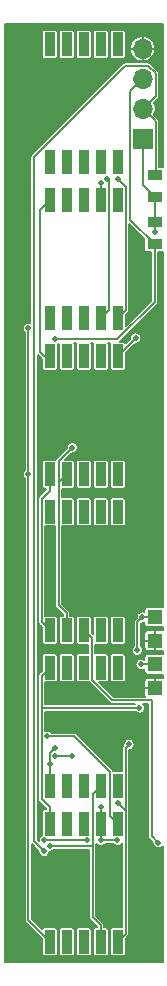
<source format=gbr>
%TF.GenerationSoftware,KiCad,Pcbnew,(5.1.8)-1*%
%TF.CreationDate,2020-12-10T23:44:26+08:00*%
%TF.ProjectId,HEMAC_DISP,48454d41-435f-4444-9953-502e6b696361,rev?*%
%TF.SameCoordinates,Original*%
%TF.FileFunction,Copper,L1,Top*%
%TF.FilePolarity,Positive*%
%FSLAX46Y46*%
G04 Gerber Fmt 4.6, Leading zero omitted, Abs format (unit mm)*
G04 Created by KiCad (PCBNEW (5.1.8)-1) date 2020-12-10 23:44:26*
%MOMM*%
%LPD*%
G01*
G04 APERTURE LIST*
%TA.AperFunction,ComponentPad*%
%ADD10C,0.500000*%
%TD*%
%TA.AperFunction,SMDPad,CuDef*%
%ADD11R,0.900000X2.000000*%
%TD*%
%TA.AperFunction,SMDPad,CuDef*%
%ADD12R,1.300000X0.900000*%
%TD*%
%TA.AperFunction,ComponentPad*%
%ADD13R,1.700000X1.700000*%
%TD*%
%TA.AperFunction,ComponentPad*%
%ADD14O,1.700000X1.700000*%
%TD*%
%TA.AperFunction,SMDPad,CuDef*%
%ADD15R,1.250000X1.300000*%
%TD*%
%TA.AperFunction,ViaPad*%
%ADD16C,0.500000*%
%TD*%
%TA.AperFunction,Conductor*%
%ADD17C,0.152000*%
%TD*%
%TA.AperFunction,Conductor*%
%ADD18C,0.100000*%
%TD*%
G04 APERTURE END LIST*
D10*
%TO.P,DISP6,10*%
%TO.N,/SEG7*%
X214120000Y-98000000D03*
%TO.P,DISP6,9*%
%TO.N,/SEG6*%
X215560000Y-98000000D03*
%TO.P,DISP6,8*%
%TO.N,/GRID6*%
X217000000Y-98000000D03*
%TO.P,DISP6,7*%
%TO.N,/SEG1*%
X218440000Y-98000000D03*
%TO.P,DISP6,6*%
%TO.N,/SEG2*%
X219880000Y-98000000D03*
%TO.P,DISP6,5*%
%TO.N,/SEG8*%
X219880000Y-108000000D03*
%TO.P,DISP6,4*%
%TO.N,/SEG3*%
X218440000Y-108000000D03*
%TO.P,DISP6,3*%
%TO.N,/GRID6*%
X217000000Y-108000000D03*
%TO.P,DISP6,2*%
%TO.N,/SEG4*%
X215560000Y-108000000D03*
%TO.P,DISP6,1*%
%TO.N,/SEG5*%
X214120000Y-108000000D03*
D11*
%TO.P,DISP6,10*%
%TO.N,/SEG7*%
X214120000Y-98000000D03*
%TO.P,DISP6,9*%
%TO.N,/SEG6*%
X215560000Y-98000000D03*
%TO.P,DISP6,8*%
%TO.N,/GRID6*%
X217000000Y-98000000D03*
%TO.P,DISP6,7*%
%TO.N,/SEG1*%
X218440000Y-98000000D03*
%TO.P,DISP6,6*%
%TO.N,/SEG2*%
X219880000Y-98000000D03*
%TO.P,DISP6,5*%
%TO.N,/SEG8*%
X219880000Y-108000000D03*
%TO.P,DISP6,4*%
%TO.N,/SEG3*%
X218440000Y-108000000D03*
%TO.P,DISP6,3*%
%TO.N,/GRID6*%
X217000000Y-108000000D03*
%TO.P,DISP6,2*%
%TO.N,/SEG4*%
X215560000Y-108000000D03*
%TO.P,DISP6,1*%
%TO.N,/SEG5*%
X214120000Y-108000000D03*
%TD*%
D10*
%TO.P,DISP5,10*%
%TO.N,/SEG7*%
X214120000Y-84800000D03*
%TO.P,DISP5,9*%
%TO.N,/SEG6*%
X215560000Y-84800000D03*
%TO.P,DISP5,8*%
%TO.N,/GRID5*%
X217000000Y-84800000D03*
%TO.P,DISP5,7*%
%TO.N,/SEG1*%
X218440000Y-84800000D03*
%TO.P,DISP5,6*%
%TO.N,/SEG2*%
X219880000Y-84800000D03*
%TO.P,DISP5,5*%
%TO.N,/SEG8*%
X219880000Y-94800000D03*
%TO.P,DISP5,4*%
%TO.N,/SEG3*%
X218440000Y-94800000D03*
%TO.P,DISP5,3*%
%TO.N,/GRID5*%
X217000000Y-94800000D03*
%TO.P,DISP5,2*%
%TO.N,/SEG4*%
X215560000Y-94800000D03*
%TO.P,DISP5,1*%
%TO.N,/SEG5*%
X214120000Y-94800000D03*
D11*
%TO.P,DISP5,10*%
%TO.N,/SEG7*%
X214120000Y-84800000D03*
%TO.P,DISP5,9*%
%TO.N,/SEG6*%
X215560000Y-84800000D03*
%TO.P,DISP5,8*%
%TO.N,/GRID5*%
X217000000Y-84800000D03*
%TO.P,DISP5,7*%
%TO.N,/SEG1*%
X218440000Y-84800000D03*
%TO.P,DISP5,6*%
%TO.N,/SEG2*%
X219880000Y-84800000D03*
%TO.P,DISP5,5*%
%TO.N,/SEG8*%
X219880000Y-94800000D03*
%TO.P,DISP5,4*%
%TO.N,/SEG3*%
X218440000Y-94800000D03*
%TO.P,DISP5,3*%
%TO.N,/GRID5*%
X217000000Y-94800000D03*
%TO.P,DISP5,2*%
%TO.N,/SEG4*%
X215560000Y-94800000D03*
%TO.P,DISP5,1*%
%TO.N,/SEG5*%
X214120000Y-94800000D03*
%TD*%
D10*
%TO.P,DISP4,10*%
%TO.N,/SEG7*%
X214120000Y-71600000D03*
%TO.P,DISP4,9*%
%TO.N,/SEG6*%
X215560000Y-71600000D03*
%TO.P,DISP4,8*%
%TO.N,/GRID4*%
X217000000Y-71600000D03*
%TO.P,DISP4,7*%
%TO.N,/SEG1*%
X218440000Y-71600000D03*
%TO.P,DISP4,6*%
%TO.N,/SEG2*%
X219880000Y-71600000D03*
%TO.P,DISP4,5*%
%TO.N,/SEG8*%
X219880000Y-81600000D03*
%TO.P,DISP4,4*%
%TO.N,/SEG3*%
X218440000Y-81600000D03*
%TO.P,DISP4,3*%
%TO.N,/GRID4*%
X217000000Y-81600000D03*
%TO.P,DISP4,2*%
%TO.N,/SEG4*%
X215560000Y-81600000D03*
%TO.P,DISP4,1*%
%TO.N,/SEG5*%
X214120000Y-81600000D03*
D11*
%TO.P,DISP4,10*%
%TO.N,/SEG7*%
X214120000Y-71600000D03*
%TO.P,DISP4,9*%
%TO.N,/SEG6*%
X215560000Y-71600000D03*
%TO.P,DISP4,8*%
%TO.N,/GRID4*%
X217000000Y-71600000D03*
%TO.P,DISP4,7*%
%TO.N,/SEG1*%
X218440000Y-71600000D03*
%TO.P,DISP4,6*%
%TO.N,/SEG2*%
X219880000Y-71600000D03*
%TO.P,DISP4,5*%
%TO.N,/SEG8*%
X219880000Y-81600000D03*
%TO.P,DISP4,4*%
%TO.N,/SEG3*%
X218440000Y-81600000D03*
%TO.P,DISP4,3*%
%TO.N,/GRID4*%
X217000000Y-81600000D03*
%TO.P,DISP4,2*%
%TO.N,/SEG4*%
X215560000Y-81600000D03*
%TO.P,DISP4,1*%
%TO.N,/SEG5*%
X214120000Y-81600000D03*
%TD*%
D10*
%TO.P,DISP3,10*%
%TO.N,/SEG7*%
X214120000Y-58400000D03*
%TO.P,DISP3,9*%
%TO.N,/SEG6*%
X215560000Y-58400000D03*
%TO.P,DISP3,8*%
%TO.N,/GRID3*%
X217000000Y-58400000D03*
%TO.P,DISP3,7*%
%TO.N,/SEG1*%
X218440000Y-58400000D03*
%TO.P,DISP3,6*%
%TO.N,/SEG2*%
X219880000Y-58400000D03*
%TO.P,DISP3,5*%
%TO.N,/SEG8*%
X219880000Y-68400000D03*
%TO.P,DISP3,4*%
%TO.N,/SEG3*%
X218440000Y-68400000D03*
%TO.P,DISP3,3*%
%TO.N,/GRID3*%
X217000000Y-68400000D03*
%TO.P,DISP3,2*%
%TO.N,/SEG4*%
X215560000Y-68400000D03*
%TO.P,DISP3,1*%
%TO.N,/SEG5*%
X214120000Y-68400000D03*
D11*
%TO.P,DISP3,10*%
%TO.N,/SEG7*%
X214120000Y-58400000D03*
%TO.P,DISP3,9*%
%TO.N,/SEG6*%
X215560000Y-58400000D03*
%TO.P,DISP3,8*%
%TO.N,/GRID3*%
X217000000Y-58400000D03*
%TO.P,DISP3,7*%
%TO.N,/SEG1*%
X218440000Y-58400000D03*
%TO.P,DISP3,6*%
%TO.N,/SEG2*%
X219880000Y-58400000D03*
%TO.P,DISP3,5*%
%TO.N,/SEG8*%
X219880000Y-68400000D03*
%TO.P,DISP3,4*%
%TO.N,/SEG3*%
X218440000Y-68400000D03*
%TO.P,DISP3,3*%
%TO.N,/GRID3*%
X217000000Y-68400000D03*
%TO.P,DISP3,2*%
%TO.N,/SEG4*%
X215560000Y-68400000D03*
%TO.P,DISP3,1*%
%TO.N,/SEG5*%
X214120000Y-68400000D03*
%TD*%
D10*
%TO.P,DISP2,10*%
%TO.N,/SEG7*%
X214120000Y-45200000D03*
%TO.P,DISP2,9*%
%TO.N,/SEG6*%
X215560000Y-45200000D03*
%TO.P,DISP2,8*%
%TO.N,/GRID2*%
X217000000Y-45200000D03*
%TO.P,DISP2,7*%
%TO.N,/SEG1*%
X218440000Y-45200000D03*
%TO.P,DISP2,6*%
%TO.N,/SEG2*%
X219880000Y-45200000D03*
%TO.P,DISP2,5*%
%TO.N,/SEG8*%
X219880000Y-55200000D03*
%TO.P,DISP2,4*%
%TO.N,/SEG3*%
X218440000Y-55200000D03*
%TO.P,DISP2,3*%
%TO.N,/GRID2*%
X217000000Y-55200000D03*
%TO.P,DISP2,2*%
%TO.N,/SEG4*%
X215560000Y-55200000D03*
%TO.P,DISP2,1*%
%TO.N,/SEG5*%
X214120000Y-55200000D03*
D11*
%TO.P,DISP2,10*%
%TO.N,/SEG7*%
X214120000Y-45200000D03*
%TO.P,DISP2,9*%
%TO.N,/SEG6*%
X215560000Y-45200000D03*
%TO.P,DISP2,8*%
%TO.N,/GRID2*%
X217000000Y-45200000D03*
%TO.P,DISP2,7*%
%TO.N,/SEG1*%
X218440000Y-45200000D03*
%TO.P,DISP2,6*%
%TO.N,/SEG2*%
X219880000Y-45200000D03*
%TO.P,DISP2,5*%
%TO.N,/SEG8*%
X219880000Y-55200000D03*
%TO.P,DISP2,4*%
%TO.N,/SEG3*%
X218440000Y-55200000D03*
%TO.P,DISP2,3*%
%TO.N,/GRID2*%
X217000000Y-55200000D03*
%TO.P,DISP2,2*%
%TO.N,/SEG4*%
X215560000Y-55200000D03*
%TO.P,DISP2,1*%
%TO.N,/SEG5*%
X214120000Y-55200000D03*
%TD*%
D10*
%TO.P,DISP1,10*%
%TO.N,/SEG7*%
X214120000Y-32000000D03*
%TO.P,DISP1,9*%
%TO.N,/SEG6*%
X215560000Y-32000000D03*
%TO.P,DISP1,8*%
%TO.N,/GRID1*%
X217000000Y-32000000D03*
%TO.P,DISP1,7*%
%TO.N,/SEG1*%
X218440000Y-32000000D03*
%TO.P,DISP1,6*%
%TO.N,/SEG2*%
X219880000Y-32000000D03*
%TO.P,DISP1,5*%
%TO.N,/SEG8*%
X219880000Y-42000000D03*
%TO.P,DISP1,4*%
%TO.N,/SEG3*%
X218440000Y-42000000D03*
%TO.P,DISP1,3*%
%TO.N,/GRID1*%
X217000000Y-42000000D03*
%TO.P,DISP1,2*%
%TO.N,/SEG4*%
X215560000Y-42000000D03*
%TO.P,DISP1,1*%
%TO.N,/SEG5*%
X214120000Y-42000000D03*
D11*
%TO.P,DISP1,10*%
%TO.N,/SEG7*%
X214120000Y-32000000D03*
%TO.P,DISP1,9*%
%TO.N,/SEG6*%
X215560000Y-32000000D03*
%TO.P,DISP1,8*%
%TO.N,/GRID1*%
X217000000Y-32000000D03*
%TO.P,DISP1,7*%
%TO.N,/SEG1*%
X218440000Y-32000000D03*
%TO.P,DISP1,6*%
%TO.N,/SEG2*%
X219880000Y-32000000D03*
%TO.P,DISP1,5*%
%TO.N,/SEG8*%
X219880000Y-42000000D03*
%TO.P,DISP1,4*%
%TO.N,/SEG3*%
X218440000Y-42000000D03*
%TO.P,DISP1,3*%
%TO.N,/GRID1*%
X217000000Y-42000000D03*
%TO.P,DISP1,2*%
%TO.N,/SEG4*%
X215560000Y-42000000D03*
%TO.P,DISP1,1*%
%TO.N,/SEG5*%
X214120000Y-42000000D03*
%TD*%
D12*
%TO.P,R2,1*%
%TO.N,+5V*%
X223000000Y-47050000D03*
%TO.P,R2,2*%
%TO.N,/SCLK*%
X223000000Y-48950000D03*
%TD*%
%TO.P,R1,1*%
%TO.N,+5V*%
X223000000Y-44950000D03*
%TO.P,R1,2*%
%TO.N,/DIN*%
X223000000Y-43050000D03*
%TD*%
D13*
%TO.P,J1,1*%
%TO.N,+5V*%
X222000000Y-40000000D03*
D14*
%TO.P,J1,2*%
%TO.N,/DIN*%
X222000000Y-37460000D03*
%TO.P,J1,3*%
%TO.N,/SCLK*%
X222000000Y-34920000D03*
%TO.P,J1,4*%
%TO.N,GND*%
X222000000Y-32380000D03*
%TD*%
D15*
%TO.P,C3,1*%
%TO.N,+5V*%
X223000000Y-84500000D03*
%TO.P,C3,2*%
%TO.N,GND*%
X223000000Y-86500000D03*
%TD*%
%TO.P,C2,1*%
%TO.N,+5V*%
X223000000Y-80500000D03*
%TO.P,C2,2*%
%TO.N,GND*%
X223000000Y-82500000D03*
%TD*%
D16*
%TO.N,+5V*%
X221857300Y-84500000D03*
X221972600Y-80500000D03*
X221524300Y-83299000D03*
X223000000Y-47902400D03*
%TO.N,GND*%
X222100000Y-50700000D03*
X214000000Y-102400000D03*
X222100000Y-53100000D03*
X222200000Y-55900000D03*
X222200000Y-58800000D03*
X222200000Y-62200000D03*
X222200000Y-65500000D03*
X222200000Y-69300000D03*
X222200000Y-73700000D03*
X222200000Y-77700000D03*
X221500000Y-86300000D03*
X214000000Y-104700000D03*
X215700000Y-102400000D03*
X219000000Y-103100000D03*
X219000000Y-100900000D03*
X219000000Y-105700000D03*
X211400000Y-86300000D03*
X211400000Y-79000000D03*
%TO.N,/SEG5*%
X214120000Y-92951600D03*
X214598400Y-91573100D03*
X212310800Y-56052400D03*
X212310800Y-68400000D03*
%TO.N,/SEG4*%
X216038400Y-66148500D03*
%TO.N,/SEG3*%
X219005100Y-43402400D03*
X214120000Y-99881600D03*
%TO.N,/SEG8*%
X219880000Y-43402400D03*
X219880000Y-96202400D03*
X220836800Y-91284500D03*
%TO.N,/SEG2*%
X221400000Y-56880000D03*
X213919600Y-90600000D03*
%TO.N,/SEG1*%
X213676500Y-99402400D03*
X217283200Y-99402400D03*
X218440000Y-99402400D03*
X218440000Y-43760100D03*
X219842400Y-99402400D03*
X218440000Y-96560100D03*
%TO.N,/SEG6*%
X214603200Y-92245000D03*
X216038400Y-92245000D03*
%TO.N,/SEG7*%
X221700000Y-88204800D03*
%TO.N,/GRID4*%
X223300000Y-99600000D03*
%TO.N,/DIN*%
X213637400Y-100321700D03*
%TO.N,/SCLK*%
X214603200Y-56994100D03*
%TD*%
D17*
%TO.N,+5V*%
X221857300Y-84500000D02*
X223000000Y-84500000D01*
X223000000Y-80500000D02*
X221972600Y-80500000D01*
X221524300Y-83299000D02*
X221524300Y-80948300D01*
X221524300Y-80948300D02*
X221972600Y-80500000D01*
X222000000Y-40000000D02*
X222000000Y-43950000D01*
X222000000Y-43950000D02*
X223000000Y-44950000D01*
X223000000Y-47902400D02*
X223000000Y-47050000D01*
X223000000Y-47050000D02*
X223000000Y-44950000D01*
%TO.N,/SEG5*%
X214120000Y-92951600D02*
X214120000Y-94800000D01*
X214598400Y-91573100D02*
X214120000Y-92051500D01*
X214120000Y-92051500D02*
X214120000Y-92951600D01*
X214120000Y-69802400D02*
X213441600Y-70480800D01*
X213441600Y-70480800D02*
X213441600Y-80921600D01*
X213441600Y-80921600D02*
X214120000Y-81600000D01*
X212310800Y-56052400D02*
X212310800Y-106190800D01*
X212310800Y-106190800D02*
X214120000Y-108000000D01*
X214120000Y-69802400D02*
X214120000Y-68400000D01*
%TO.N,/SEG4*%
X215560000Y-80197600D02*
X214881600Y-79519200D01*
X214881600Y-79519200D02*
X214881600Y-69078400D01*
X214881600Y-69078400D02*
X215560000Y-68400000D01*
X214881600Y-69078400D02*
X214881600Y-67305300D01*
X214881600Y-67305300D02*
X216038400Y-66148500D01*
X215560000Y-80197600D02*
X215560000Y-81600000D01*
%TO.N,/SEG3*%
X218440000Y-106597600D02*
X217761600Y-105919200D01*
X217761600Y-105919200D02*
X217761600Y-95478400D01*
X217761600Y-95478400D02*
X218440000Y-94800000D01*
X219005100Y-43402400D02*
X219166800Y-43564100D01*
X219166800Y-43564100D02*
X219166800Y-54473200D01*
X219166800Y-54473200D02*
X218440000Y-55200000D01*
X214120000Y-99881600D02*
X217761600Y-99881600D01*
X218440000Y-106597600D02*
X218440000Y-108000000D01*
%TO.N,/SEG8*%
X219880000Y-43402400D02*
X220558400Y-44080800D01*
X220558400Y-44080800D02*
X220558400Y-54521600D01*
X220558400Y-54521600D02*
X219880000Y-55200000D01*
X219880000Y-96202400D02*
X220558400Y-96880800D01*
X220558400Y-96880800D02*
X220558400Y-107321600D01*
X220558400Y-107321600D02*
X219880000Y-108000000D01*
X220558400Y-96880800D02*
X220558400Y-91562900D01*
X220558400Y-91562900D02*
X220836800Y-91284500D01*
%TO.N,/SEG2*%
X221400000Y-56880000D02*
X219880000Y-58400000D01*
X219201999Y-97321999D02*
X219880000Y-98000000D01*
X219201999Y-93617599D02*
X219201999Y-97321999D01*
X216184400Y-90600000D02*
X219201999Y-93617599D01*
X213919600Y-90600000D02*
X216184400Y-90600000D01*
%TO.N,/SEG1*%
X213676500Y-99402400D02*
X217283200Y-99402400D01*
X218440000Y-99402400D02*
X218440000Y-98000000D01*
X218440000Y-43760100D02*
X218440000Y-45200000D01*
X219842400Y-99402400D02*
X218440000Y-99402400D01*
X218440000Y-96560100D02*
X218440000Y-98000000D01*
%TO.N,/SEG6*%
X214603200Y-92245000D02*
X216038400Y-92245000D01*
%TO.N,/SEG7*%
X214120000Y-96597600D02*
X213441600Y-95919200D01*
X213441600Y-85478400D02*
X214120000Y-84800000D01*
X213267600Y-46052400D02*
X214120000Y-45200000D01*
X214120000Y-96597600D02*
X214120000Y-98000000D01*
X213454800Y-88204800D02*
X213441600Y-88191600D01*
X221700000Y-88204800D02*
X213454800Y-88204800D01*
X213441600Y-88191600D02*
X213441600Y-85478400D01*
X213441600Y-95919200D02*
X213441600Y-88191600D01*
X214120000Y-58400000D02*
X213600000Y-58400000D01*
X213267600Y-58067600D02*
X213267600Y-46052400D01*
X213600000Y-58400000D02*
X213267600Y-58067600D01*
%TO.N,/GRID4*%
X219419300Y-87552400D02*
X217678400Y-85811500D01*
X217678400Y-85811500D02*
X217678400Y-82278400D01*
X217678400Y-82278400D02*
X217000000Y-81600000D01*
X222752400Y-99052400D02*
X222752400Y-87552400D01*
X223300000Y-99600000D02*
X222752400Y-99052400D01*
X222752400Y-87552400D02*
X219419300Y-87552400D01*
%TO.N,/DIN*%
X223000000Y-43050000D02*
X223078400Y-42971600D01*
X223078400Y-42971600D02*
X223078400Y-38538400D01*
X223078400Y-38538400D02*
X222000000Y-37460000D01*
X222000000Y-37460000D02*
X223078400Y-36381600D01*
X223078400Y-36381600D02*
X223078400Y-34473200D01*
X223078400Y-34473200D02*
X222446800Y-33841600D01*
X222446800Y-33841600D02*
X220505300Y-33841600D01*
X220505300Y-33841600D02*
X212789200Y-41557700D01*
X212789200Y-41557700D02*
X212789200Y-99473500D01*
X212789200Y-99473500D02*
X213637400Y-100321700D01*
%TO.N,/SCLK*%
X222000000Y-34920000D02*
X220921600Y-35998400D01*
X220921600Y-35998400D02*
X220921600Y-46871600D01*
X220921600Y-46871600D02*
X223000000Y-48950000D01*
X219859000Y-56994100D02*
X223000000Y-53853100D01*
X214603200Y-56994100D02*
X219859000Y-56994100D01*
X223000000Y-53853100D02*
X223000000Y-48950000D01*
%TD*%
%TO.N,GND*%
X223674000Y-42373261D02*
X223650000Y-42370897D01*
X223382400Y-42370897D01*
X223382400Y-38553324D01*
X223383870Y-38538400D01*
X223378000Y-38478805D01*
X223372727Y-38461422D01*
X223360617Y-38421502D01*
X223332389Y-38368690D01*
X223294400Y-38322400D01*
X223282806Y-38312886D01*
X222949396Y-37979476D01*
X222955311Y-37970624D01*
X223036573Y-37774441D01*
X223078000Y-37566174D01*
X223078000Y-37353826D01*
X223036573Y-37145559D01*
X222955311Y-36949376D01*
X222949396Y-36940524D01*
X223282808Y-36607113D01*
X223294400Y-36597600D01*
X223332389Y-36551310D01*
X223360617Y-36498498D01*
X223378000Y-36441194D01*
X223382400Y-36396524D01*
X223382400Y-36396523D01*
X223383870Y-36381600D01*
X223382400Y-36366676D01*
X223382400Y-34488116D01*
X223383869Y-34473199D01*
X223382400Y-34458283D01*
X223382400Y-34458276D01*
X223378000Y-34413606D01*
X223360617Y-34356302D01*
X223332389Y-34303490D01*
X223294400Y-34257200D01*
X223282806Y-34247685D01*
X222672319Y-33637199D01*
X222662800Y-33625600D01*
X222616510Y-33587611D01*
X222563698Y-33559383D01*
X222506394Y-33542000D01*
X222461724Y-33537600D01*
X222446800Y-33536130D01*
X222431876Y-33537600D01*
X220520216Y-33537600D01*
X220505299Y-33536131D01*
X220490383Y-33537600D01*
X220490376Y-33537600D01*
X220451484Y-33541431D01*
X220445705Y-33542000D01*
X220428322Y-33547273D01*
X220388402Y-33559383D01*
X220335590Y-33587611D01*
X220289300Y-33625600D01*
X220279786Y-33637193D01*
X212584799Y-41332181D01*
X212573200Y-41341700D01*
X212535211Y-41387991D01*
X212506983Y-41440803D01*
X212494873Y-41480723D01*
X212489600Y-41498106D01*
X212483730Y-41557700D01*
X212485200Y-41572624D01*
X212485200Y-55607255D01*
X212450228Y-55592769D01*
X212357879Y-55574400D01*
X212263721Y-55574400D01*
X212171372Y-55592769D01*
X212084382Y-55628802D01*
X212006093Y-55681113D01*
X211939513Y-55747693D01*
X211887202Y-55825982D01*
X211851169Y-55912972D01*
X211832800Y-56005321D01*
X211832800Y-56099479D01*
X211851169Y-56191828D01*
X211887202Y-56278818D01*
X211939513Y-56357107D01*
X212006093Y-56423687D01*
X212006800Y-56424159D01*
X212006800Y-68028240D01*
X212006093Y-68028713D01*
X211939513Y-68095293D01*
X211887202Y-68173582D01*
X211851169Y-68260572D01*
X211832800Y-68352921D01*
X211832800Y-68447079D01*
X211851169Y-68539428D01*
X211887202Y-68626418D01*
X211939513Y-68704707D01*
X212006093Y-68771287D01*
X212006800Y-68771760D01*
X212006801Y-106175866D01*
X212005330Y-106190800D01*
X212011200Y-106250394D01*
X212023861Y-106292130D01*
X212028584Y-106307698D01*
X212056812Y-106360510D01*
X212094801Y-106406800D01*
X212106394Y-106416314D01*
X213440897Y-107750818D01*
X213440897Y-109000000D01*
X213445299Y-109044696D01*
X213458336Y-109087674D01*
X213479508Y-109127283D01*
X213508000Y-109162000D01*
X213542717Y-109190492D01*
X213582326Y-109211664D01*
X213625304Y-109224701D01*
X213670000Y-109229103D01*
X214570000Y-109229103D01*
X214614696Y-109224701D01*
X214657674Y-109211664D01*
X214697283Y-109190492D01*
X214732000Y-109162000D01*
X214760492Y-109127283D01*
X214781664Y-109087674D01*
X214794701Y-109044696D01*
X214799103Y-109000000D01*
X214799103Y-107000000D01*
X214880897Y-107000000D01*
X214880897Y-109000000D01*
X214885299Y-109044696D01*
X214898336Y-109087674D01*
X214919508Y-109127283D01*
X214948000Y-109162000D01*
X214982717Y-109190492D01*
X215022326Y-109211664D01*
X215065304Y-109224701D01*
X215110000Y-109229103D01*
X216010000Y-109229103D01*
X216054696Y-109224701D01*
X216097674Y-109211664D01*
X216137283Y-109190492D01*
X216172000Y-109162000D01*
X216200492Y-109127283D01*
X216221664Y-109087674D01*
X216234701Y-109044696D01*
X216239103Y-109000000D01*
X216239103Y-107000000D01*
X216320897Y-107000000D01*
X216320897Y-109000000D01*
X216325299Y-109044696D01*
X216338336Y-109087674D01*
X216359508Y-109127283D01*
X216388000Y-109162000D01*
X216422717Y-109190492D01*
X216462326Y-109211664D01*
X216505304Y-109224701D01*
X216550000Y-109229103D01*
X217450000Y-109229103D01*
X217494696Y-109224701D01*
X217537674Y-109211664D01*
X217577283Y-109190492D01*
X217612000Y-109162000D01*
X217640492Y-109127283D01*
X217661664Y-109087674D01*
X217674701Y-109044696D01*
X217679103Y-109000000D01*
X217679103Y-107000000D01*
X217674701Y-106955304D01*
X217661664Y-106912326D01*
X217640492Y-106872717D01*
X217612000Y-106838000D01*
X217577283Y-106809508D01*
X217537674Y-106788336D01*
X217494696Y-106775299D01*
X217450000Y-106770897D01*
X216550000Y-106770897D01*
X216505304Y-106775299D01*
X216462326Y-106788336D01*
X216422717Y-106809508D01*
X216388000Y-106838000D01*
X216359508Y-106872717D01*
X216338336Y-106912326D01*
X216325299Y-106955304D01*
X216320897Y-107000000D01*
X216239103Y-107000000D01*
X216234701Y-106955304D01*
X216221664Y-106912326D01*
X216200492Y-106872717D01*
X216172000Y-106838000D01*
X216137283Y-106809508D01*
X216097674Y-106788336D01*
X216054696Y-106775299D01*
X216010000Y-106770897D01*
X215110000Y-106770897D01*
X215065304Y-106775299D01*
X215022326Y-106788336D01*
X214982717Y-106809508D01*
X214948000Y-106838000D01*
X214919508Y-106872717D01*
X214898336Y-106912326D01*
X214885299Y-106955304D01*
X214880897Y-107000000D01*
X214799103Y-107000000D01*
X214794701Y-106955304D01*
X214781664Y-106912326D01*
X214760492Y-106872717D01*
X214732000Y-106838000D01*
X214697283Y-106809508D01*
X214657674Y-106788336D01*
X214614696Y-106775299D01*
X214570000Y-106770897D01*
X213670000Y-106770897D01*
X213625304Y-106775299D01*
X213582326Y-106788336D01*
X213542717Y-106809508D01*
X213508000Y-106838000D01*
X213479508Y-106872717D01*
X213459698Y-106909778D01*
X212614800Y-106064880D01*
X212614800Y-99729020D01*
X213159566Y-100273787D01*
X213159400Y-100274621D01*
X213159400Y-100368779D01*
X213177769Y-100461128D01*
X213213802Y-100548118D01*
X213266113Y-100626407D01*
X213332693Y-100692987D01*
X213410982Y-100745298D01*
X213497972Y-100781331D01*
X213590321Y-100799700D01*
X213684479Y-100799700D01*
X213776828Y-100781331D01*
X213863818Y-100745298D01*
X213942107Y-100692987D01*
X214008687Y-100626407D01*
X214060998Y-100548118D01*
X214097031Y-100461128D01*
X214115400Y-100368779D01*
X214115400Y-100359600D01*
X214167079Y-100359600D01*
X214259428Y-100341231D01*
X214346418Y-100305198D01*
X214424707Y-100252887D01*
X214491287Y-100186307D01*
X214491759Y-100185600D01*
X217457601Y-100185600D01*
X217457600Y-105904276D01*
X217456130Y-105919200D01*
X217457600Y-105934123D01*
X217462000Y-105978793D01*
X217479383Y-106036097D01*
X217507611Y-106088909D01*
X217545600Y-106135200D01*
X217557199Y-106144719D01*
X218136000Y-106723520D01*
X218136000Y-106770897D01*
X217990000Y-106770897D01*
X217945304Y-106775299D01*
X217902326Y-106788336D01*
X217862717Y-106809508D01*
X217828000Y-106838000D01*
X217799508Y-106872717D01*
X217778336Y-106912326D01*
X217765299Y-106955304D01*
X217760897Y-107000000D01*
X217760897Y-109000000D01*
X217765299Y-109044696D01*
X217778336Y-109087674D01*
X217799508Y-109127283D01*
X217828000Y-109162000D01*
X217862717Y-109190492D01*
X217902326Y-109211664D01*
X217945304Y-109224701D01*
X217990000Y-109229103D01*
X218890000Y-109229103D01*
X218934696Y-109224701D01*
X218977674Y-109211664D01*
X219017283Y-109190492D01*
X219052000Y-109162000D01*
X219080492Y-109127283D01*
X219101664Y-109087674D01*
X219114701Y-109044696D01*
X219119103Y-109000000D01*
X219119103Y-107000000D01*
X219114701Y-106955304D01*
X219101664Y-106912326D01*
X219080492Y-106872717D01*
X219052000Y-106838000D01*
X219017283Y-106809508D01*
X218977674Y-106788336D01*
X218934696Y-106775299D01*
X218890000Y-106770897D01*
X218744000Y-106770897D01*
X218744000Y-106612515D01*
X218745469Y-106597599D01*
X218744000Y-106582683D01*
X218744000Y-106582676D01*
X218739600Y-106538006D01*
X218722217Y-106480702D01*
X218693989Y-106427890D01*
X218656000Y-106381600D01*
X218644402Y-106372082D01*
X218065600Y-105793280D01*
X218065600Y-99896524D01*
X218067070Y-99881600D01*
X218065600Y-99866676D01*
X218065600Y-99702448D01*
X218068713Y-99707107D01*
X218135293Y-99773687D01*
X218213582Y-99825998D01*
X218300572Y-99862031D01*
X218392921Y-99880400D01*
X218487079Y-99880400D01*
X218579428Y-99862031D01*
X218666418Y-99825998D01*
X218744707Y-99773687D01*
X218811287Y-99707107D01*
X218811759Y-99706400D01*
X219470641Y-99706400D01*
X219471113Y-99707107D01*
X219537693Y-99773687D01*
X219615982Y-99825998D01*
X219702972Y-99862031D01*
X219795321Y-99880400D01*
X219889479Y-99880400D01*
X219981828Y-99862031D01*
X220068818Y-99825998D01*
X220147107Y-99773687D01*
X220213687Y-99707107D01*
X220254400Y-99646175D01*
X220254401Y-106770897D01*
X219430000Y-106770897D01*
X219385304Y-106775299D01*
X219342326Y-106788336D01*
X219302717Y-106809508D01*
X219268000Y-106838000D01*
X219239508Y-106872717D01*
X219218336Y-106912326D01*
X219205299Y-106955304D01*
X219200897Y-107000000D01*
X219200897Y-109000000D01*
X219205299Y-109044696D01*
X219218336Y-109087674D01*
X219239508Y-109127283D01*
X219268000Y-109162000D01*
X219302717Y-109190492D01*
X219342326Y-109211664D01*
X219385304Y-109224701D01*
X219430000Y-109229103D01*
X220330000Y-109229103D01*
X220374696Y-109224701D01*
X220417674Y-109211664D01*
X220457283Y-109190492D01*
X220492000Y-109162000D01*
X220520492Y-109127283D01*
X220541664Y-109087674D01*
X220554701Y-109044696D01*
X220559103Y-109000000D01*
X220559103Y-107750817D01*
X220762801Y-107547119D01*
X220774400Y-107537600D01*
X220812389Y-107491310D01*
X220840617Y-107438498D01*
X220858000Y-107381194D01*
X220862400Y-107336524D01*
X220862400Y-107336517D01*
X220863869Y-107321601D01*
X220862400Y-107306685D01*
X220862400Y-96895715D01*
X220863869Y-96880799D01*
X220862400Y-96865883D01*
X220862400Y-91762500D01*
X220883879Y-91762500D01*
X220976228Y-91744131D01*
X221063218Y-91708098D01*
X221141507Y-91655787D01*
X221208087Y-91589207D01*
X221260398Y-91510918D01*
X221296431Y-91423928D01*
X221314800Y-91331579D01*
X221314800Y-91237421D01*
X221296431Y-91145072D01*
X221260398Y-91058082D01*
X221208087Y-90979793D01*
X221141507Y-90913213D01*
X221063218Y-90860902D01*
X220976228Y-90824869D01*
X220883879Y-90806500D01*
X220789721Y-90806500D01*
X220697372Y-90824869D01*
X220610382Y-90860902D01*
X220532093Y-90913213D01*
X220465513Y-90979793D01*
X220413202Y-91058082D01*
X220377169Y-91145072D01*
X220358800Y-91237421D01*
X220358800Y-91331579D01*
X220358966Y-91332414D01*
X220353994Y-91337386D01*
X220342401Y-91346900D01*
X220304412Y-91393190D01*
X220276184Y-91446002D01*
X220258800Y-91503306D01*
X220252930Y-91562900D01*
X220254401Y-91577834D01*
X220254401Y-93570897D01*
X219502869Y-93570897D01*
X219501599Y-93558005D01*
X219484216Y-93500701D01*
X219455988Y-93447889D01*
X219417999Y-93401599D01*
X219406407Y-93392086D01*
X216409919Y-90395599D01*
X216400400Y-90384000D01*
X216354110Y-90346011D01*
X216301298Y-90317783D01*
X216243994Y-90300400D01*
X216199324Y-90296000D01*
X216184400Y-90294530D01*
X216169476Y-90296000D01*
X214291359Y-90296000D01*
X214290887Y-90295293D01*
X214224307Y-90228713D01*
X214146018Y-90176402D01*
X214059028Y-90140369D01*
X213966679Y-90122000D01*
X213872521Y-90122000D01*
X213780172Y-90140369D01*
X213745600Y-90154689D01*
X213745600Y-88508800D01*
X221328241Y-88508800D01*
X221328713Y-88509507D01*
X221395293Y-88576087D01*
X221473582Y-88628398D01*
X221560572Y-88664431D01*
X221652921Y-88682800D01*
X221747079Y-88682800D01*
X221839428Y-88664431D01*
X221926418Y-88628398D01*
X222004707Y-88576087D01*
X222071287Y-88509507D01*
X222123598Y-88431218D01*
X222159631Y-88344228D01*
X222178000Y-88251879D01*
X222178000Y-88157721D01*
X222159631Y-88065372D01*
X222123598Y-87978382D01*
X222071287Y-87900093D01*
X222027594Y-87856400D01*
X222448401Y-87856400D01*
X222448400Y-99037476D01*
X222446930Y-99052400D01*
X222452800Y-99111994D01*
X222457438Y-99127283D01*
X222470183Y-99169297D01*
X222498411Y-99222109D01*
X222536400Y-99268400D01*
X222547999Y-99277919D01*
X222822166Y-99552087D01*
X222822000Y-99552921D01*
X222822000Y-99647079D01*
X222840369Y-99739428D01*
X222876402Y-99826418D01*
X222928713Y-99904707D01*
X222995293Y-99971287D01*
X223073582Y-100023598D01*
X223160572Y-100059631D01*
X223252921Y-100078000D01*
X223347079Y-100078000D01*
X223439428Y-100059631D01*
X223526418Y-100023598D01*
X223604707Y-99971287D01*
X223671287Y-99904707D01*
X223674000Y-99900647D01*
X223674000Y-109674000D01*
X210326000Y-109674000D01*
X210326000Y-31000000D01*
X213440897Y-31000000D01*
X213440897Y-33000000D01*
X213445299Y-33044696D01*
X213458336Y-33087674D01*
X213479508Y-33127283D01*
X213508000Y-33162000D01*
X213542717Y-33190492D01*
X213582326Y-33211664D01*
X213625304Y-33224701D01*
X213670000Y-33229103D01*
X214570000Y-33229103D01*
X214614696Y-33224701D01*
X214657674Y-33211664D01*
X214697283Y-33190492D01*
X214732000Y-33162000D01*
X214760492Y-33127283D01*
X214781664Y-33087674D01*
X214794701Y-33044696D01*
X214799103Y-33000000D01*
X214799103Y-31000000D01*
X214880897Y-31000000D01*
X214880897Y-33000000D01*
X214885299Y-33044696D01*
X214898336Y-33087674D01*
X214919508Y-33127283D01*
X214948000Y-33162000D01*
X214982717Y-33190492D01*
X215022326Y-33211664D01*
X215065304Y-33224701D01*
X215110000Y-33229103D01*
X216010000Y-33229103D01*
X216054696Y-33224701D01*
X216097674Y-33211664D01*
X216137283Y-33190492D01*
X216172000Y-33162000D01*
X216200492Y-33127283D01*
X216221664Y-33087674D01*
X216234701Y-33044696D01*
X216239103Y-33000000D01*
X216239103Y-31000000D01*
X216320897Y-31000000D01*
X216320897Y-33000000D01*
X216325299Y-33044696D01*
X216338336Y-33087674D01*
X216359508Y-33127283D01*
X216388000Y-33162000D01*
X216422717Y-33190492D01*
X216462326Y-33211664D01*
X216505304Y-33224701D01*
X216550000Y-33229103D01*
X217450000Y-33229103D01*
X217494696Y-33224701D01*
X217537674Y-33211664D01*
X217577283Y-33190492D01*
X217612000Y-33162000D01*
X217640492Y-33127283D01*
X217661664Y-33087674D01*
X217674701Y-33044696D01*
X217679103Y-33000000D01*
X217679103Y-31000000D01*
X217760897Y-31000000D01*
X217760897Y-33000000D01*
X217765299Y-33044696D01*
X217778336Y-33087674D01*
X217799508Y-33127283D01*
X217828000Y-33162000D01*
X217862717Y-33190492D01*
X217902326Y-33211664D01*
X217945304Y-33224701D01*
X217990000Y-33229103D01*
X218890000Y-33229103D01*
X218934696Y-33224701D01*
X218977674Y-33211664D01*
X219017283Y-33190492D01*
X219052000Y-33162000D01*
X219080492Y-33127283D01*
X219101664Y-33087674D01*
X219114701Y-33044696D01*
X219119103Y-33000000D01*
X219119103Y-31000000D01*
X219200897Y-31000000D01*
X219200897Y-33000000D01*
X219205299Y-33044696D01*
X219218336Y-33087674D01*
X219239508Y-33127283D01*
X219268000Y-33162000D01*
X219302717Y-33190492D01*
X219342326Y-33211664D01*
X219385304Y-33224701D01*
X219430000Y-33229103D01*
X220330000Y-33229103D01*
X220374696Y-33224701D01*
X220417674Y-33211664D01*
X220457283Y-33190492D01*
X220492000Y-33162000D01*
X220520492Y-33127283D01*
X220541664Y-33087674D01*
X220554701Y-33044696D01*
X220559103Y-33000000D01*
X220559103Y-32549937D01*
X220933453Y-32549937D01*
X220949607Y-32631147D01*
X221018786Y-32831243D01*
X221125673Y-33013998D01*
X221266160Y-33172389D01*
X221434848Y-33300329D01*
X221625255Y-33392901D01*
X221830063Y-33446547D01*
X221999000Y-33402500D01*
X221999000Y-32381000D01*
X222001000Y-32381000D01*
X222001000Y-33402500D01*
X222169937Y-33446547D01*
X222374745Y-33392901D01*
X222565152Y-33300329D01*
X222733840Y-33172389D01*
X222874327Y-33013998D01*
X222981214Y-32831243D01*
X223050393Y-32631147D01*
X223066547Y-32549937D01*
X223022500Y-32381000D01*
X222001000Y-32381000D01*
X221999000Y-32381000D01*
X220977500Y-32381000D01*
X220933453Y-32549937D01*
X220559103Y-32549937D01*
X220559103Y-32210063D01*
X220933453Y-32210063D01*
X220977500Y-32379000D01*
X221999000Y-32379000D01*
X221999000Y-31357500D01*
X222001000Y-31357500D01*
X222001000Y-32379000D01*
X223022500Y-32379000D01*
X223066547Y-32210063D01*
X223050393Y-32128853D01*
X222981214Y-31928757D01*
X222874327Y-31746002D01*
X222733840Y-31587611D01*
X222565152Y-31459671D01*
X222374745Y-31367099D01*
X222169937Y-31313453D01*
X222001000Y-31357500D01*
X221999000Y-31357500D01*
X221830063Y-31313453D01*
X221625255Y-31367099D01*
X221434848Y-31459671D01*
X221266160Y-31587611D01*
X221125673Y-31746002D01*
X221018786Y-31928757D01*
X220949607Y-32128853D01*
X220933453Y-32210063D01*
X220559103Y-32210063D01*
X220559103Y-31000000D01*
X220554701Y-30955304D01*
X220541664Y-30912326D01*
X220520492Y-30872717D01*
X220492000Y-30838000D01*
X220457283Y-30809508D01*
X220417674Y-30788336D01*
X220374696Y-30775299D01*
X220330000Y-30770897D01*
X219430000Y-30770897D01*
X219385304Y-30775299D01*
X219342326Y-30788336D01*
X219302717Y-30809508D01*
X219268000Y-30838000D01*
X219239508Y-30872717D01*
X219218336Y-30912326D01*
X219205299Y-30955304D01*
X219200897Y-31000000D01*
X219119103Y-31000000D01*
X219114701Y-30955304D01*
X219101664Y-30912326D01*
X219080492Y-30872717D01*
X219052000Y-30838000D01*
X219017283Y-30809508D01*
X218977674Y-30788336D01*
X218934696Y-30775299D01*
X218890000Y-30770897D01*
X217990000Y-30770897D01*
X217945304Y-30775299D01*
X217902326Y-30788336D01*
X217862717Y-30809508D01*
X217828000Y-30838000D01*
X217799508Y-30872717D01*
X217778336Y-30912326D01*
X217765299Y-30955304D01*
X217760897Y-31000000D01*
X217679103Y-31000000D01*
X217674701Y-30955304D01*
X217661664Y-30912326D01*
X217640492Y-30872717D01*
X217612000Y-30838000D01*
X217577283Y-30809508D01*
X217537674Y-30788336D01*
X217494696Y-30775299D01*
X217450000Y-30770897D01*
X216550000Y-30770897D01*
X216505304Y-30775299D01*
X216462326Y-30788336D01*
X216422717Y-30809508D01*
X216388000Y-30838000D01*
X216359508Y-30872717D01*
X216338336Y-30912326D01*
X216325299Y-30955304D01*
X216320897Y-31000000D01*
X216239103Y-31000000D01*
X216234701Y-30955304D01*
X216221664Y-30912326D01*
X216200492Y-30872717D01*
X216172000Y-30838000D01*
X216137283Y-30809508D01*
X216097674Y-30788336D01*
X216054696Y-30775299D01*
X216010000Y-30770897D01*
X215110000Y-30770897D01*
X215065304Y-30775299D01*
X215022326Y-30788336D01*
X214982717Y-30809508D01*
X214948000Y-30838000D01*
X214919508Y-30872717D01*
X214898336Y-30912326D01*
X214885299Y-30955304D01*
X214880897Y-31000000D01*
X214799103Y-31000000D01*
X214794701Y-30955304D01*
X214781664Y-30912326D01*
X214760492Y-30872717D01*
X214732000Y-30838000D01*
X214697283Y-30809508D01*
X214657674Y-30788336D01*
X214614696Y-30775299D01*
X214570000Y-30770897D01*
X213670000Y-30770897D01*
X213625304Y-30775299D01*
X213582326Y-30788336D01*
X213542717Y-30809508D01*
X213508000Y-30838000D01*
X213479508Y-30872717D01*
X213458336Y-30912326D01*
X213445299Y-30955304D01*
X213440897Y-31000000D01*
X210326000Y-31000000D01*
X210326000Y-30326000D01*
X223674000Y-30326000D01*
X223674000Y-42373261D01*
%TA.AperFunction,Conductor*%
D18*
G36*
X223674000Y-42373261D02*
G01*
X223650000Y-42370897D01*
X223382400Y-42370897D01*
X223382400Y-38553324D01*
X223383870Y-38538400D01*
X223378000Y-38478805D01*
X223372727Y-38461422D01*
X223360617Y-38421502D01*
X223332389Y-38368690D01*
X223294400Y-38322400D01*
X223282806Y-38312886D01*
X222949396Y-37979476D01*
X222955311Y-37970624D01*
X223036573Y-37774441D01*
X223078000Y-37566174D01*
X223078000Y-37353826D01*
X223036573Y-37145559D01*
X222955311Y-36949376D01*
X222949396Y-36940524D01*
X223282808Y-36607113D01*
X223294400Y-36597600D01*
X223332389Y-36551310D01*
X223360617Y-36498498D01*
X223378000Y-36441194D01*
X223382400Y-36396524D01*
X223382400Y-36396523D01*
X223383870Y-36381600D01*
X223382400Y-36366676D01*
X223382400Y-34488116D01*
X223383869Y-34473199D01*
X223382400Y-34458283D01*
X223382400Y-34458276D01*
X223378000Y-34413606D01*
X223360617Y-34356302D01*
X223332389Y-34303490D01*
X223294400Y-34257200D01*
X223282806Y-34247685D01*
X222672319Y-33637199D01*
X222662800Y-33625600D01*
X222616510Y-33587611D01*
X222563698Y-33559383D01*
X222506394Y-33542000D01*
X222461724Y-33537600D01*
X222446800Y-33536130D01*
X222431876Y-33537600D01*
X220520216Y-33537600D01*
X220505299Y-33536131D01*
X220490383Y-33537600D01*
X220490376Y-33537600D01*
X220451484Y-33541431D01*
X220445705Y-33542000D01*
X220428322Y-33547273D01*
X220388402Y-33559383D01*
X220335590Y-33587611D01*
X220289300Y-33625600D01*
X220279786Y-33637193D01*
X212584799Y-41332181D01*
X212573200Y-41341700D01*
X212535211Y-41387991D01*
X212506983Y-41440803D01*
X212494873Y-41480723D01*
X212489600Y-41498106D01*
X212483730Y-41557700D01*
X212485200Y-41572624D01*
X212485200Y-55607255D01*
X212450228Y-55592769D01*
X212357879Y-55574400D01*
X212263721Y-55574400D01*
X212171372Y-55592769D01*
X212084382Y-55628802D01*
X212006093Y-55681113D01*
X211939513Y-55747693D01*
X211887202Y-55825982D01*
X211851169Y-55912972D01*
X211832800Y-56005321D01*
X211832800Y-56099479D01*
X211851169Y-56191828D01*
X211887202Y-56278818D01*
X211939513Y-56357107D01*
X212006093Y-56423687D01*
X212006800Y-56424159D01*
X212006800Y-68028240D01*
X212006093Y-68028713D01*
X211939513Y-68095293D01*
X211887202Y-68173582D01*
X211851169Y-68260572D01*
X211832800Y-68352921D01*
X211832800Y-68447079D01*
X211851169Y-68539428D01*
X211887202Y-68626418D01*
X211939513Y-68704707D01*
X212006093Y-68771287D01*
X212006800Y-68771760D01*
X212006801Y-106175866D01*
X212005330Y-106190800D01*
X212011200Y-106250394D01*
X212023861Y-106292130D01*
X212028584Y-106307698D01*
X212056812Y-106360510D01*
X212094801Y-106406800D01*
X212106394Y-106416314D01*
X213440897Y-107750818D01*
X213440897Y-109000000D01*
X213445299Y-109044696D01*
X213458336Y-109087674D01*
X213479508Y-109127283D01*
X213508000Y-109162000D01*
X213542717Y-109190492D01*
X213582326Y-109211664D01*
X213625304Y-109224701D01*
X213670000Y-109229103D01*
X214570000Y-109229103D01*
X214614696Y-109224701D01*
X214657674Y-109211664D01*
X214697283Y-109190492D01*
X214732000Y-109162000D01*
X214760492Y-109127283D01*
X214781664Y-109087674D01*
X214794701Y-109044696D01*
X214799103Y-109000000D01*
X214799103Y-107000000D01*
X214880897Y-107000000D01*
X214880897Y-109000000D01*
X214885299Y-109044696D01*
X214898336Y-109087674D01*
X214919508Y-109127283D01*
X214948000Y-109162000D01*
X214982717Y-109190492D01*
X215022326Y-109211664D01*
X215065304Y-109224701D01*
X215110000Y-109229103D01*
X216010000Y-109229103D01*
X216054696Y-109224701D01*
X216097674Y-109211664D01*
X216137283Y-109190492D01*
X216172000Y-109162000D01*
X216200492Y-109127283D01*
X216221664Y-109087674D01*
X216234701Y-109044696D01*
X216239103Y-109000000D01*
X216239103Y-107000000D01*
X216320897Y-107000000D01*
X216320897Y-109000000D01*
X216325299Y-109044696D01*
X216338336Y-109087674D01*
X216359508Y-109127283D01*
X216388000Y-109162000D01*
X216422717Y-109190492D01*
X216462326Y-109211664D01*
X216505304Y-109224701D01*
X216550000Y-109229103D01*
X217450000Y-109229103D01*
X217494696Y-109224701D01*
X217537674Y-109211664D01*
X217577283Y-109190492D01*
X217612000Y-109162000D01*
X217640492Y-109127283D01*
X217661664Y-109087674D01*
X217674701Y-109044696D01*
X217679103Y-109000000D01*
X217679103Y-107000000D01*
X217674701Y-106955304D01*
X217661664Y-106912326D01*
X217640492Y-106872717D01*
X217612000Y-106838000D01*
X217577283Y-106809508D01*
X217537674Y-106788336D01*
X217494696Y-106775299D01*
X217450000Y-106770897D01*
X216550000Y-106770897D01*
X216505304Y-106775299D01*
X216462326Y-106788336D01*
X216422717Y-106809508D01*
X216388000Y-106838000D01*
X216359508Y-106872717D01*
X216338336Y-106912326D01*
X216325299Y-106955304D01*
X216320897Y-107000000D01*
X216239103Y-107000000D01*
X216234701Y-106955304D01*
X216221664Y-106912326D01*
X216200492Y-106872717D01*
X216172000Y-106838000D01*
X216137283Y-106809508D01*
X216097674Y-106788336D01*
X216054696Y-106775299D01*
X216010000Y-106770897D01*
X215110000Y-106770897D01*
X215065304Y-106775299D01*
X215022326Y-106788336D01*
X214982717Y-106809508D01*
X214948000Y-106838000D01*
X214919508Y-106872717D01*
X214898336Y-106912326D01*
X214885299Y-106955304D01*
X214880897Y-107000000D01*
X214799103Y-107000000D01*
X214794701Y-106955304D01*
X214781664Y-106912326D01*
X214760492Y-106872717D01*
X214732000Y-106838000D01*
X214697283Y-106809508D01*
X214657674Y-106788336D01*
X214614696Y-106775299D01*
X214570000Y-106770897D01*
X213670000Y-106770897D01*
X213625304Y-106775299D01*
X213582326Y-106788336D01*
X213542717Y-106809508D01*
X213508000Y-106838000D01*
X213479508Y-106872717D01*
X213459698Y-106909778D01*
X212614800Y-106064880D01*
X212614800Y-99729020D01*
X213159566Y-100273787D01*
X213159400Y-100274621D01*
X213159400Y-100368779D01*
X213177769Y-100461128D01*
X213213802Y-100548118D01*
X213266113Y-100626407D01*
X213332693Y-100692987D01*
X213410982Y-100745298D01*
X213497972Y-100781331D01*
X213590321Y-100799700D01*
X213684479Y-100799700D01*
X213776828Y-100781331D01*
X213863818Y-100745298D01*
X213942107Y-100692987D01*
X214008687Y-100626407D01*
X214060998Y-100548118D01*
X214097031Y-100461128D01*
X214115400Y-100368779D01*
X214115400Y-100359600D01*
X214167079Y-100359600D01*
X214259428Y-100341231D01*
X214346418Y-100305198D01*
X214424707Y-100252887D01*
X214491287Y-100186307D01*
X214491759Y-100185600D01*
X217457601Y-100185600D01*
X217457600Y-105904276D01*
X217456130Y-105919200D01*
X217457600Y-105934123D01*
X217462000Y-105978793D01*
X217479383Y-106036097D01*
X217507611Y-106088909D01*
X217545600Y-106135200D01*
X217557199Y-106144719D01*
X218136000Y-106723520D01*
X218136000Y-106770897D01*
X217990000Y-106770897D01*
X217945304Y-106775299D01*
X217902326Y-106788336D01*
X217862717Y-106809508D01*
X217828000Y-106838000D01*
X217799508Y-106872717D01*
X217778336Y-106912326D01*
X217765299Y-106955304D01*
X217760897Y-107000000D01*
X217760897Y-109000000D01*
X217765299Y-109044696D01*
X217778336Y-109087674D01*
X217799508Y-109127283D01*
X217828000Y-109162000D01*
X217862717Y-109190492D01*
X217902326Y-109211664D01*
X217945304Y-109224701D01*
X217990000Y-109229103D01*
X218890000Y-109229103D01*
X218934696Y-109224701D01*
X218977674Y-109211664D01*
X219017283Y-109190492D01*
X219052000Y-109162000D01*
X219080492Y-109127283D01*
X219101664Y-109087674D01*
X219114701Y-109044696D01*
X219119103Y-109000000D01*
X219119103Y-107000000D01*
X219114701Y-106955304D01*
X219101664Y-106912326D01*
X219080492Y-106872717D01*
X219052000Y-106838000D01*
X219017283Y-106809508D01*
X218977674Y-106788336D01*
X218934696Y-106775299D01*
X218890000Y-106770897D01*
X218744000Y-106770897D01*
X218744000Y-106612515D01*
X218745469Y-106597599D01*
X218744000Y-106582683D01*
X218744000Y-106582676D01*
X218739600Y-106538006D01*
X218722217Y-106480702D01*
X218693989Y-106427890D01*
X218656000Y-106381600D01*
X218644402Y-106372082D01*
X218065600Y-105793280D01*
X218065600Y-99896524D01*
X218067070Y-99881600D01*
X218065600Y-99866676D01*
X218065600Y-99702448D01*
X218068713Y-99707107D01*
X218135293Y-99773687D01*
X218213582Y-99825998D01*
X218300572Y-99862031D01*
X218392921Y-99880400D01*
X218487079Y-99880400D01*
X218579428Y-99862031D01*
X218666418Y-99825998D01*
X218744707Y-99773687D01*
X218811287Y-99707107D01*
X218811759Y-99706400D01*
X219470641Y-99706400D01*
X219471113Y-99707107D01*
X219537693Y-99773687D01*
X219615982Y-99825998D01*
X219702972Y-99862031D01*
X219795321Y-99880400D01*
X219889479Y-99880400D01*
X219981828Y-99862031D01*
X220068818Y-99825998D01*
X220147107Y-99773687D01*
X220213687Y-99707107D01*
X220254400Y-99646175D01*
X220254401Y-106770897D01*
X219430000Y-106770897D01*
X219385304Y-106775299D01*
X219342326Y-106788336D01*
X219302717Y-106809508D01*
X219268000Y-106838000D01*
X219239508Y-106872717D01*
X219218336Y-106912326D01*
X219205299Y-106955304D01*
X219200897Y-107000000D01*
X219200897Y-109000000D01*
X219205299Y-109044696D01*
X219218336Y-109087674D01*
X219239508Y-109127283D01*
X219268000Y-109162000D01*
X219302717Y-109190492D01*
X219342326Y-109211664D01*
X219385304Y-109224701D01*
X219430000Y-109229103D01*
X220330000Y-109229103D01*
X220374696Y-109224701D01*
X220417674Y-109211664D01*
X220457283Y-109190492D01*
X220492000Y-109162000D01*
X220520492Y-109127283D01*
X220541664Y-109087674D01*
X220554701Y-109044696D01*
X220559103Y-109000000D01*
X220559103Y-107750817D01*
X220762801Y-107547119D01*
X220774400Y-107537600D01*
X220812389Y-107491310D01*
X220840617Y-107438498D01*
X220858000Y-107381194D01*
X220862400Y-107336524D01*
X220862400Y-107336517D01*
X220863869Y-107321601D01*
X220862400Y-107306685D01*
X220862400Y-96895715D01*
X220863869Y-96880799D01*
X220862400Y-96865883D01*
X220862400Y-91762500D01*
X220883879Y-91762500D01*
X220976228Y-91744131D01*
X221063218Y-91708098D01*
X221141507Y-91655787D01*
X221208087Y-91589207D01*
X221260398Y-91510918D01*
X221296431Y-91423928D01*
X221314800Y-91331579D01*
X221314800Y-91237421D01*
X221296431Y-91145072D01*
X221260398Y-91058082D01*
X221208087Y-90979793D01*
X221141507Y-90913213D01*
X221063218Y-90860902D01*
X220976228Y-90824869D01*
X220883879Y-90806500D01*
X220789721Y-90806500D01*
X220697372Y-90824869D01*
X220610382Y-90860902D01*
X220532093Y-90913213D01*
X220465513Y-90979793D01*
X220413202Y-91058082D01*
X220377169Y-91145072D01*
X220358800Y-91237421D01*
X220358800Y-91331579D01*
X220358966Y-91332414D01*
X220353994Y-91337386D01*
X220342401Y-91346900D01*
X220304412Y-91393190D01*
X220276184Y-91446002D01*
X220258800Y-91503306D01*
X220252930Y-91562900D01*
X220254401Y-91577834D01*
X220254401Y-93570897D01*
X219502869Y-93570897D01*
X219501599Y-93558005D01*
X219484216Y-93500701D01*
X219455988Y-93447889D01*
X219417999Y-93401599D01*
X219406407Y-93392086D01*
X216409919Y-90395599D01*
X216400400Y-90384000D01*
X216354110Y-90346011D01*
X216301298Y-90317783D01*
X216243994Y-90300400D01*
X216199324Y-90296000D01*
X216184400Y-90294530D01*
X216169476Y-90296000D01*
X214291359Y-90296000D01*
X214290887Y-90295293D01*
X214224307Y-90228713D01*
X214146018Y-90176402D01*
X214059028Y-90140369D01*
X213966679Y-90122000D01*
X213872521Y-90122000D01*
X213780172Y-90140369D01*
X213745600Y-90154689D01*
X213745600Y-88508800D01*
X221328241Y-88508800D01*
X221328713Y-88509507D01*
X221395293Y-88576087D01*
X221473582Y-88628398D01*
X221560572Y-88664431D01*
X221652921Y-88682800D01*
X221747079Y-88682800D01*
X221839428Y-88664431D01*
X221926418Y-88628398D01*
X222004707Y-88576087D01*
X222071287Y-88509507D01*
X222123598Y-88431218D01*
X222159631Y-88344228D01*
X222178000Y-88251879D01*
X222178000Y-88157721D01*
X222159631Y-88065372D01*
X222123598Y-87978382D01*
X222071287Y-87900093D01*
X222027594Y-87856400D01*
X222448401Y-87856400D01*
X222448400Y-99037476D01*
X222446930Y-99052400D01*
X222452800Y-99111994D01*
X222457438Y-99127283D01*
X222470183Y-99169297D01*
X222498411Y-99222109D01*
X222536400Y-99268400D01*
X222547999Y-99277919D01*
X222822166Y-99552087D01*
X222822000Y-99552921D01*
X222822000Y-99647079D01*
X222840369Y-99739428D01*
X222876402Y-99826418D01*
X222928713Y-99904707D01*
X222995293Y-99971287D01*
X223073582Y-100023598D01*
X223160572Y-100059631D01*
X223252921Y-100078000D01*
X223347079Y-100078000D01*
X223439428Y-100059631D01*
X223526418Y-100023598D01*
X223604707Y-99971287D01*
X223671287Y-99904707D01*
X223674000Y-99900647D01*
X223674000Y-109674000D01*
X210326000Y-109674000D01*
X210326000Y-31000000D01*
X213440897Y-31000000D01*
X213440897Y-33000000D01*
X213445299Y-33044696D01*
X213458336Y-33087674D01*
X213479508Y-33127283D01*
X213508000Y-33162000D01*
X213542717Y-33190492D01*
X213582326Y-33211664D01*
X213625304Y-33224701D01*
X213670000Y-33229103D01*
X214570000Y-33229103D01*
X214614696Y-33224701D01*
X214657674Y-33211664D01*
X214697283Y-33190492D01*
X214732000Y-33162000D01*
X214760492Y-33127283D01*
X214781664Y-33087674D01*
X214794701Y-33044696D01*
X214799103Y-33000000D01*
X214799103Y-31000000D01*
X214880897Y-31000000D01*
X214880897Y-33000000D01*
X214885299Y-33044696D01*
X214898336Y-33087674D01*
X214919508Y-33127283D01*
X214948000Y-33162000D01*
X214982717Y-33190492D01*
X215022326Y-33211664D01*
X215065304Y-33224701D01*
X215110000Y-33229103D01*
X216010000Y-33229103D01*
X216054696Y-33224701D01*
X216097674Y-33211664D01*
X216137283Y-33190492D01*
X216172000Y-33162000D01*
X216200492Y-33127283D01*
X216221664Y-33087674D01*
X216234701Y-33044696D01*
X216239103Y-33000000D01*
X216239103Y-31000000D01*
X216320897Y-31000000D01*
X216320897Y-33000000D01*
X216325299Y-33044696D01*
X216338336Y-33087674D01*
X216359508Y-33127283D01*
X216388000Y-33162000D01*
X216422717Y-33190492D01*
X216462326Y-33211664D01*
X216505304Y-33224701D01*
X216550000Y-33229103D01*
X217450000Y-33229103D01*
X217494696Y-33224701D01*
X217537674Y-33211664D01*
X217577283Y-33190492D01*
X217612000Y-33162000D01*
X217640492Y-33127283D01*
X217661664Y-33087674D01*
X217674701Y-33044696D01*
X217679103Y-33000000D01*
X217679103Y-31000000D01*
X217760897Y-31000000D01*
X217760897Y-33000000D01*
X217765299Y-33044696D01*
X217778336Y-33087674D01*
X217799508Y-33127283D01*
X217828000Y-33162000D01*
X217862717Y-33190492D01*
X217902326Y-33211664D01*
X217945304Y-33224701D01*
X217990000Y-33229103D01*
X218890000Y-33229103D01*
X218934696Y-33224701D01*
X218977674Y-33211664D01*
X219017283Y-33190492D01*
X219052000Y-33162000D01*
X219080492Y-33127283D01*
X219101664Y-33087674D01*
X219114701Y-33044696D01*
X219119103Y-33000000D01*
X219119103Y-31000000D01*
X219200897Y-31000000D01*
X219200897Y-33000000D01*
X219205299Y-33044696D01*
X219218336Y-33087674D01*
X219239508Y-33127283D01*
X219268000Y-33162000D01*
X219302717Y-33190492D01*
X219342326Y-33211664D01*
X219385304Y-33224701D01*
X219430000Y-33229103D01*
X220330000Y-33229103D01*
X220374696Y-33224701D01*
X220417674Y-33211664D01*
X220457283Y-33190492D01*
X220492000Y-33162000D01*
X220520492Y-33127283D01*
X220541664Y-33087674D01*
X220554701Y-33044696D01*
X220559103Y-33000000D01*
X220559103Y-32549937D01*
X220933453Y-32549937D01*
X220949607Y-32631147D01*
X221018786Y-32831243D01*
X221125673Y-33013998D01*
X221266160Y-33172389D01*
X221434848Y-33300329D01*
X221625255Y-33392901D01*
X221830063Y-33446547D01*
X221999000Y-33402500D01*
X221999000Y-32381000D01*
X222001000Y-32381000D01*
X222001000Y-33402500D01*
X222169937Y-33446547D01*
X222374745Y-33392901D01*
X222565152Y-33300329D01*
X222733840Y-33172389D01*
X222874327Y-33013998D01*
X222981214Y-32831243D01*
X223050393Y-32631147D01*
X223066547Y-32549937D01*
X223022500Y-32381000D01*
X222001000Y-32381000D01*
X221999000Y-32381000D01*
X220977500Y-32381000D01*
X220933453Y-32549937D01*
X220559103Y-32549937D01*
X220559103Y-32210063D01*
X220933453Y-32210063D01*
X220977500Y-32379000D01*
X221999000Y-32379000D01*
X221999000Y-31357500D01*
X222001000Y-31357500D01*
X222001000Y-32379000D01*
X223022500Y-32379000D01*
X223066547Y-32210063D01*
X223050393Y-32128853D01*
X222981214Y-31928757D01*
X222874327Y-31746002D01*
X222733840Y-31587611D01*
X222565152Y-31459671D01*
X222374745Y-31367099D01*
X222169937Y-31313453D01*
X222001000Y-31357500D01*
X221999000Y-31357500D01*
X221830063Y-31313453D01*
X221625255Y-31367099D01*
X221434848Y-31459671D01*
X221266160Y-31587611D01*
X221125673Y-31746002D01*
X221018786Y-31928757D01*
X220949607Y-32128853D01*
X220933453Y-32210063D01*
X220559103Y-32210063D01*
X220559103Y-31000000D01*
X220554701Y-30955304D01*
X220541664Y-30912326D01*
X220520492Y-30872717D01*
X220492000Y-30838000D01*
X220457283Y-30809508D01*
X220417674Y-30788336D01*
X220374696Y-30775299D01*
X220330000Y-30770897D01*
X219430000Y-30770897D01*
X219385304Y-30775299D01*
X219342326Y-30788336D01*
X219302717Y-30809508D01*
X219268000Y-30838000D01*
X219239508Y-30872717D01*
X219218336Y-30912326D01*
X219205299Y-30955304D01*
X219200897Y-31000000D01*
X219119103Y-31000000D01*
X219114701Y-30955304D01*
X219101664Y-30912326D01*
X219080492Y-30872717D01*
X219052000Y-30838000D01*
X219017283Y-30809508D01*
X218977674Y-30788336D01*
X218934696Y-30775299D01*
X218890000Y-30770897D01*
X217990000Y-30770897D01*
X217945304Y-30775299D01*
X217902326Y-30788336D01*
X217862717Y-30809508D01*
X217828000Y-30838000D01*
X217799508Y-30872717D01*
X217778336Y-30912326D01*
X217765299Y-30955304D01*
X217760897Y-31000000D01*
X217679103Y-31000000D01*
X217674701Y-30955304D01*
X217661664Y-30912326D01*
X217640492Y-30872717D01*
X217612000Y-30838000D01*
X217577283Y-30809508D01*
X217537674Y-30788336D01*
X217494696Y-30775299D01*
X217450000Y-30770897D01*
X216550000Y-30770897D01*
X216505304Y-30775299D01*
X216462326Y-30788336D01*
X216422717Y-30809508D01*
X216388000Y-30838000D01*
X216359508Y-30872717D01*
X216338336Y-30912326D01*
X216325299Y-30955304D01*
X216320897Y-31000000D01*
X216239103Y-31000000D01*
X216234701Y-30955304D01*
X216221664Y-30912326D01*
X216200492Y-30872717D01*
X216172000Y-30838000D01*
X216137283Y-30809508D01*
X216097674Y-30788336D01*
X216054696Y-30775299D01*
X216010000Y-30770897D01*
X215110000Y-30770897D01*
X215065304Y-30775299D01*
X215022326Y-30788336D01*
X214982717Y-30809508D01*
X214948000Y-30838000D01*
X214919508Y-30872717D01*
X214898336Y-30912326D01*
X214885299Y-30955304D01*
X214880897Y-31000000D01*
X214799103Y-31000000D01*
X214794701Y-30955304D01*
X214781664Y-30912326D01*
X214760492Y-30872717D01*
X214732000Y-30838000D01*
X214697283Y-30809508D01*
X214657674Y-30788336D01*
X214614696Y-30775299D01*
X214570000Y-30770897D01*
X213670000Y-30770897D01*
X213625304Y-30775299D01*
X213582326Y-30788336D01*
X213542717Y-30809508D01*
X213508000Y-30838000D01*
X213479508Y-30872717D01*
X213458336Y-30912326D01*
X213445299Y-30955304D01*
X213440897Y-31000000D01*
X210326000Y-31000000D01*
X210326000Y-30326000D01*
X223674000Y-30326000D01*
X223674000Y-42373261D01*
G37*
%TD.AperFunction*%
D17*
X223674000Y-79626605D02*
X223669696Y-79625299D01*
X223625000Y-79620897D01*
X222375000Y-79620897D01*
X222330304Y-79625299D01*
X222287326Y-79638336D01*
X222247717Y-79659508D01*
X222213000Y-79688000D01*
X222184508Y-79722717D01*
X222163336Y-79762326D01*
X222150299Y-79805304D01*
X222145897Y-79850000D01*
X222145897Y-80054398D01*
X222112028Y-80040369D01*
X222019679Y-80022000D01*
X221925521Y-80022000D01*
X221833172Y-80040369D01*
X221746182Y-80076402D01*
X221667893Y-80128713D01*
X221601313Y-80195293D01*
X221549002Y-80273582D01*
X221512969Y-80360572D01*
X221494600Y-80452921D01*
X221494600Y-80547079D01*
X221494766Y-80547914D01*
X221319894Y-80722786D01*
X221308301Y-80732300D01*
X221270312Y-80778590D01*
X221242084Y-80831402D01*
X221224700Y-80888706D01*
X221218830Y-80948300D01*
X221220301Y-80963234D01*
X221220300Y-82927240D01*
X221219593Y-82927713D01*
X221153013Y-82994293D01*
X221100702Y-83072582D01*
X221064669Y-83159572D01*
X221046300Y-83251921D01*
X221046300Y-83346079D01*
X221064669Y-83438428D01*
X221100702Y-83525418D01*
X221153013Y-83603707D01*
X221219593Y-83670287D01*
X221297882Y-83722598D01*
X221384872Y-83758631D01*
X221477221Y-83777000D01*
X221571379Y-83777000D01*
X221663728Y-83758631D01*
X221750718Y-83722598D01*
X221829007Y-83670287D01*
X221895587Y-83603707D01*
X221947898Y-83525418D01*
X221983931Y-83438428D01*
X222002300Y-83346079D01*
X222002300Y-83251921D01*
X221983931Y-83159572D01*
X221979967Y-83150000D01*
X222143887Y-83150000D01*
X222148328Y-83195088D01*
X222161479Y-83238443D01*
X222182837Y-83278400D01*
X222211578Y-83313422D01*
X222246600Y-83342163D01*
X222286557Y-83363521D01*
X222329912Y-83376672D01*
X222375000Y-83381113D01*
X222941500Y-83380000D01*
X222999000Y-83322500D01*
X222999000Y-82501000D01*
X222202500Y-82501000D01*
X222145000Y-82558500D01*
X222143887Y-83150000D01*
X221979967Y-83150000D01*
X221947898Y-83072582D01*
X221895587Y-82994293D01*
X221829007Y-82927713D01*
X221828300Y-82927241D01*
X221828300Y-81850000D01*
X222143887Y-81850000D01*
X222145000Y-82441500D01*
X222202500Y-82499000D01*
X222999000Y-82499000D01*
X222999000Y-81677500D01*
X222941500Y-81620000D01*
X222375000Y-81618887D01*
X222329912Y-81623328D01*
X222286557Y-81636479D01*
X222246600Y-81657837D01*
X222211578Y-81686578D01*
X222182837Y-81721600D01*
X222161479Y-81761557D01*
X222148328Y-81804912D01*
X222143887Y-81850000D01*
X221828300Y-81850000D01*
X221828300Y-81074220D01*
X221924686Y-80977834D01*
X221925521Y-80978000D01*
X222019679Y-80978000D01*
X222112028Y-80959631D01*
X222145897Y-80945602D01*
X222145897Y-81150000D01*
X222150299Y-81194696D01*
X222163336Y-81237674D01*
X222184508Y-81277283D01*
X222213000Y-81312000D01*
X222247717Y-81340492D01*
X222287326Y-81361664D01*
X222330304Y-81374701D01*
X222375000Y-81379103D01*
X223625000Y-81379103D01*
X223669696Y-81374701D01*
X223674000Y-81373395D01*
X223674000Y-81624515D01*
X223670088Y-81623328D01*
X223625000Y-81618887D01*
X223058500Y-81620000D01*
X223001000Y-81677500D01*
X223001000Y-82499000D01*
X223021000Y-82499000D01*
X223021000Y-82501000D01*
X223001000Y-82501000D01*
X223001000Y-83322500D01*
X223058500Y-83380000D01*
X223625000Y-83381113D01*
X223670088Y-83376672D01*
X223674000Y-83375485D01*
X223674000Y-83626605D01*
X223669696Y-83625299D01*
X223625000Y-83620897D01*
X222375000Y-83620897D01*
X222330304Y-83625299D01*
X222287326Y-83638336D01*
X222247717Y-83659508D01*
X222213000Y-83688000D01*
X222184508Y-83722717D01*
X222163336Y-83762326D01*
X222150299Y-83805304D01*
X222145897Y-83850000D01*
X222145897Y-84117949D01*
X222083718Y-84076402D01*
X221996728Y-84040369D01*
X221904379Y-84022000D01*
X221810221Y-84022000D01*
X221717872Y-84040369D01*
X221630882Y-84076402D01*
X221552593Y-84128713D01*
X221486013Y-84195293D01*
X221433702Y-84273582D01*
X221397669Y-84360572D01*
X221379300Y-84452921D01*
X221379300Y-84547079D01*
X221397669Y-84639428D01*
X221433702Y-84726418D01*
X221486013Y-84804707D01*
X221552593Y-84871287D01*
X221630882Y-84923598D01*
X221717872Y-84959631D01*
X221810221Y-84978000D01*
X221904379Y-84978000D01*
X221996728Y-84959631D01*
X222083718Y-84923598D01*
X222145897Y-84882051D01*
X222145897Y-85150000D01*
X222150299Y-85194696D01*
X222163336Y-85237674D01*
X222184508Y-85277283D01*
X222213000Y-85312000D01*
X222247717Y-85340492D01*
X222287326Y-85361664D01*
X222330304Y-85374701D01*
X222375000Y-85379103D01*
X223625000Y-85379103D01*
X223669696Y-85374701D01*
X223674000Y-85373395D01*
X223674000Y-85624515D01*
X223670088Y-85623328D01*
X223625000Y-85618887D01*
X223058500Y-85620000D01*
X223001000Y-85677500D01*
X223001000Y-86499000D01*
X223021000Y-86499000D01*
X223021000Y-86501000D01*
X223001000Y-86501000D01*
X223001000Y-86521000D01*
X222999000Y-86521000D01*
X222999000Y-86501000D01*
X222202500Y-86501000D01*
X222145000Y-86558500D01*
X222143887Y-87150000D01*
X222148328Y-87195088D01*
X222161479Y-87238443D01*
X222166801Y-87248400D01*
X219545221Y-87248400D01*
X218325923Y-86029103D01*
X218890000Y-86029103D01*
X218934696Y-86024701D01*
X218977674Y-86011664D01*
X219017283Y-85990492D01*
X219052000Y-85962000D01*
X219080492Y-85927283D01*
X219101664Y-85887674D01*
X219114701Y-85844696D01*
X219119103Y-85800000D01*
X219119103Y-83800000D01*
X219200897Y-83800000D01*
X219200897Y-85800000D01*
X219205299Y-85844696D01*
X219218336Y-85887674D01*
X219239508Y-85927283D01*
X219268000Y-85962000D01*
X219302717Y-85990492D01*
X219342326Y-86011664D01*
X219385304Y-86024701D01*
X219430000Y-86029103D01*
X220330000Y-86029103D01*
X220374696Y-86024701D01*
X220417674Y-86011664D01*
X220457283Y-85990492D01*
X220492000Y-85962000D01*
X220520492Y-85927283D01*
X220541664Y-85887674D01*
X220553092Y-85850000D01*
X222143887Y-85850000D01*
X222145000Y-86441500D01*
X222202500Y-86499000D01*
X222999000Y-86499000D01*
X222999000Y-85677500D01*
X222941500Y-85620000D01*
X222375000Y-85618887D01*
X222329912Y-85623328D01*
X222286557Y-85636479D01*
X222246600Y-85657837D01*
X222211578Y-85686578D01*
X222182837Y-85721600D01*
X222161479Y-85761557D01*
X222148328Y-85804912D01*
X222143887Y-85850000D01*
X220553092Y-85850000D01*
X220554701Y-85844696D01*
X220559103Y-85800000D01*
X220559103Y-83800000D01*
X220554701Y-83755304D01*
X220541664Y-83712326D01*
X220520492Y-83672717D01*
X220492000Y-83638000D01*
X220457283Y-83609508D01*
X220417674Y-83588336D01*
X220374696Y-83575299D01*
X220330000Y-83570897D01*
X219430000Y-83570897D01*
X219385304Y-83575299D01*
X219342326Y-83588336D01*
X219302717Y-83609508D01*
X219268000Y-83638000D01*
X219239508Y-83672717D01*
X219218336Y-83712326D01*
X219205299Y-83755304D01*
X219200897Y-83800000D01*
X219119103Y-83800000D01*
X219114701Y-83755304D01*
X219101664Y-83712326D01*
X219080492Y-83672717D01*
X219052000Y-83638000D01*
X219017283Y-83609508D01*
X218977674Y-83588336D01*
X218934696Y-83575299D01*
X218890000Y-83570897D01*
X217990000Y-83570897D01*
X217982400Y-83571646D01*
X217982400Y-82828354D01*
X217990000Y-82829103D01*
X218890000Y-82829103D01*
X218934696Y-82824701D01*
X218977674Y-82811664D01*
X219017283Y-82790492D01*
X219052000Y-82762000D01*
X219080492Y-82727283D01*
X219101664Y-82687674D01*
X219114701Y-82644696D01*
X219119103Y-82600000D01*
X219119103Y-80600000D01*
X219200897Y-80600000D01*
X219200897Y-82600000D01*
X219205299Y-82644696D01*
X219218336Y-82687674D01*
X219239508Y-82727283D01*
X219268000Y-82762000D01*
X219302717Y-82790492D01*
X219342326Y-82811664D01*
X219385304Y-82824701D01*
X219430000Y-82829103D01*
X220330000Y-82829103D01*
X220374696Y-82824701D01*
X220417674Y-82811664D01*
X220457283Y-82790492D01*
X220492000Y-82762000D01*
X220520492Y-82727283D01*
X220541664Y-82687674D01*
X220554701Y-82644696D01*
X220559103Y-82600000D01*
X220559103Y-80600000D01*
X220554701Y-80555304D01*
X220541664Y-80512326D01*
X220520492Y-80472717D01*
X220492000Y-80438000D01*
X220457283Y-80409508D01*
X220417674Y-80388336D01*
X220374696Y-80375299D01*
X220330000Y-80370897D01*
X219430000Y-80370897D01*
X219385304Y-80375299D01*
X219342326Y-80388336D01*
X219302717Y-80409508D01*
X219268000Y-80438000D01*
X219239508Y-80472717D01*
X219218336Y-80512326D01*
X219205299Y-80555304D01*
X219200897Y-80600000D01*
X219119103Y-80600000D01*
X219114701Y-80555304D01*
X219101664Y-80512326D01*
X219080492Y-80472717D01*
X219052000Y-80438000D01*
X219017283Y-80409508D01*
X218977674Y-80388336D01*
X218934696Y-80375299D01*
X218890000Y-80370897D01*
X217990000Y-80370897D01*
X217945304Y-80375299D01*
X217902326Y-80388336D01*
X217862717Y-80409508D01*
X217828000Y-80438000D01*
X217799508Y-80472717D01*
X217778336Y-80512326D01*
X217765299Y-80555304D01*
X217760897Y-80600000D01*
X217760897Y-81930977D01*
X217679103Y-81849183D01*
X217679103Y-80600000D01*
X217674701Y-80555304D01*
X217661664Y-80512326D01*
X217640492Y-80472717D01*
X217612000Y-80438000D01*
X217577283Y-80409508D01*
X217537674Y-80388336D01*
X217494696Y-80375299D01*
X217450000Y-80370897D01*
X216550000Y-80370897D01*
X216505304Y-80375299D01*
X216462326Y-80388336D01*
X216422717Y-80409508D01*
X216388000Y-80438000D01*
X216359508Y-80472717D01*
X216338336Y-80512326D01*
X216325299Y-80555304D01*
X216320897Y-80600000D01*
X216320897Y-82600000D01*
X216325299Y-82644696D01*
X216338336Y-82687674D01*
X216359508Y-82727283D01*
X216388000Y-82762000D01*
X216422717Y-82790492D01*
X216462326Y-82811664D01*
X216505304Y-82824701D01*
X216550000Y-82829103D01*
X217374401Y-82829103D01*
X217374401Y-83570897D01*
X216550000Y-83570897D01*
X216505304Y-83575299D01*
X216462326Y-83588336D01*
X216422717Y-83609508D01*
X216388000Y-83638000D01*
X216359508Y-83672717D01*
X216338336Y-83712326D01*
X216325299Y-83755304D01*
X216320897Y-83800000D01*
X216320897Y-85800000D01*
X216325299Y-85844696D01*
X216338336Y-85887674D01*
X216359508Y-85927283D01*
X216388000Y-85962000D01*
X216422717Y-85990492D01*
X216462326Y-86011664D01*
X216505304Y-86024701D01*
X216550000Y-86029103D01*
X217450000Y-86029103D01*
X217462815Y-86027841D01*
X217473999Y-86037019D01*
X219193786Y-87756807D01*
X219203300Y-87768400D01*
X219249590Y-87806389D01*
X219302402Y-87834617D01*
X219342322Y-87846727D01*
X219359705Y-87852000D01*
X219365484Y-87852569D01*
X219404376Y-87856400D01*
X219404383Y-87856400D01*
X219419299Y-87857869D01*
X219434215Y-87856400D01*
X221372406Y-87856400D01*
X221328713Y-87900093D01*
X221328241Y-87900800D01*
X213745600Y-87900800D01*
X213745600Y-86029103D01*
X214570000Y-86029103D01*
X214614696Y-86024701D01*
X214657674Y-86011664D01*
X214697283Y-85990492D01*
X214732000Y-85962000D01*
X214760492Y-85927283D01*
X214781664Y-85887674D01*
X214794701Y-85844696D01*
X214799103Y-85800000D01*
X214799103Y-83800000D01*
X214880897Y-83800000D01*
X214880897Y-85800000D01*
X214885299Y-85844696D01*
X214898336Y-85887674D01*
X214919508Y-85927283D01*
X214948000Y-85962000D01*
X214982717Y-85990492D01*
X215022326Y-86011664D01*
X215065304Y-86024701D01*
X215110000Y-86029103D01*
X216010000Y-86029103D01*
X216054696Y-86024701D01*
X216097674Y-86011664D01*
X216137283Y-85990492D01*
X216172000Y-85962000D01*
X216200492Y-85927283D01*
X216221664Y-85887674D01*
X216234701Y-85844696D01*
X216239103Y-85800000D01*
X216239103Y-83800000D01*
X216234701Y-83755304D01*
X216221664Y-83712326D01*
X216200492Y-83672717D01*
X216172000Y-83638000D01*
X216137283Y-83609508D01*
X216097674Y-83588336D01*
X216054696Y-83575299D01*
X216010000Y-83570897D01*
X215110000Y-83570897D01*
X215065304Y-83575299D01*
X215022326Y-83588336D01*
X214982717Y-83609508D01*
X214948000Y-83638000D01*
X214919508Y-83672717D01*
X214898336Y-83712326D01*
X214885299Y-83755304D01*
X214880897Y-83800000D01*
X214799103Y-83800000D01*
X214794701Y-83755304D01*
X214781664Y-83712326D01*
X214760492Y-83672717D01*
X214732000Y-83638000D01*
X214697283Y-83609508D01*
X214657674Y-83588336D01*
X214614696Y-83575299D01*
X214570000Y-83570897D01*
X213670000Y-83570897D01*
X213625304Y-83575299D01*
X213582326Y-83588336D01*
X213542717Y-83609508D01*
X213508000Y-83638000D01*
X213479508Y-83672717D01*
X213458336Y-83712326D01*
X213445299Y-83755304D01*
X213440897Y-83800000D01*
X213440897Y-85049183D01*
X213237194Y-85252886D01*
X213225601Y-85262400D01*
X213187612Y-85308690D01*
X213185843Y-85312000D01*
X213159384Y-85361502D01*
X213142000Y-85418806D01*
X213136130Y-85478400D01*
X213137601Y-85493334D01*
X213137600Y-88176676D01*
X213136130Y-88191600D01*
X213137600Y-88206523D01*
X213137601Y-88206533D01*
X213137600Y-95904276D01*
X213136130Y-95919200D01*
X213137600Y-95934123D01*
X213142000Y-95978793D01*
X213159383Y-96036097D01*
X213187611Y-96088909D01*
X213225600Y-96135200D01*
X213237199Y-96144719D01*
X213816000Y-96723520D01*
X213816000Y-96770897D01*
X213670000Y-96770897D01*
X213625304Y-96775299D01*
X213582326Y-96788336D01*
X213542717Y-96809508D01*
X213508000Y-96838000D01*
X213479508Y-96872717D01*
X213458336Y-96912326D01*
X213445299Y-96955304D01*
X213440897Y-97000000D01*
X213440897Y-98984939D01*
X213371793Y-99031113D01*
X213305213Y-99097693D01*
X213252902Y-99175982D01*
X213216869Y-99262972D01*
X213198500Y-99355321D01*
X213198500Y-99449479D01*
X213199344Y-99453724D01*
X213093200Y-99347580D01*
X213093200Y-70480800D01*
X213136130Y-70480800D01*
X213137600Y-70495724D01*
X213137601Y-80906666D01*
X213136130Y-80921600D01*
X213142000Y-80981194D01*
X213150100Y-81007894D01*
X213159384Y-81038498D01*
X213187612Y-81091310D01*
X213225601Y-81137600D01*
X213237194Y-81147114D01*
X213440897Y-81350817D01*
X213440897Y-82600000D01*
X213445299Y-82644696D01*
X213458336Y-82687674D01*
X213479508Y-82727283D01*
X213508000Y-82762000D01*
X213542717Y-82790492D01*
X213582326Y-82811664D01*
X213625304Y-82824701D01*
X213670000Y-82829103D01*
X214570000Y-82829103D01*
X214614696Y-82824701D01*
X214657674Y-82811664D01*
X214697283Y-82790492D01*
X214732000Y-82762000D01*
X214760492Y-82727283D01*
X214781664Y-82687674D01*
X214794701Y-82644696D01*
X214799103Y-82600000D01*
X214799103Y-80600000D01*
X214794701Y-80555304D01*
X214781664Y-80512326D01*
X214760492Y-80472717D01*
X214732000Y-80438000D01*
X214697283Y-80409508D01*
X214657674Y-80388336D01*
X214614696Y-80375299D01*
X214570000Y-80370897D01*
X213745600Y-80370897D01*
X213745600Y-72829103D01*
X214570000Y-72829103D01*
X214577601Y-72828354D01*
X214577600Y-79504276D01*
X214576130Y-79519200D01*
X214577600Y-79534123D01*
X214582000Y-79578793D01*
X214599383Y-79636097D01*
X214627611Y-79688909D01*
X214665600Y-79735200D01*
X214677199Y-79744719D01*
X215256000Y-80323520D01*
X215256000Y-80370897D01*
X215110000Y-80370897D01*
X215065304Y-80375299D01*
X215022326Y-80388336D01*
X214982717Y-80409508D01*
X214948000Y-80438000D01*
X214919508Y-80472717D01*
X214898336Y-80512326D01*
X214885299Y-80555304D01*
X214880897Y-80600000D01*
X214880897Y-82600000D01*
X214885299Y-82644696D01*
X214898336Y-82687674D01*
X214919508Y-82727283D01*
X214948000Y-82762000D01*
X214982717Y-82790492D01*
X215022326Y-82811664D01*
X215065304Y-82824701D01*
X215110000Y-82829103D01*
X216010000Y-82829103D01*
X216054696Y-82824701D01*
X216097674Y-82811664D01*
X216137283Y-82790492D01*
X216172000Y-82762000D01*
X216200492Y-82727283D01*
X216221664Y-82687674D01*
X216234701Y-82644696D01*
X216239103Y-82600000D01*
X216239103Y-80600000D01*
X216234701Y-80555304D01*
X216221664Y-80512326D01*
X216200492Y-80472717D01*
X216172000Y-80438000D01*
X216137283Y-80409508D01*
X216097674Y-80388336D01*
X216054696Y-80375299D01*
X216010000Y-80370897D01*
X215864000Y-80370897D01*
X215864000Y-80212515D01*
X215865469Y-80197599D01*
X215864000Y-80182683D01*
X215864000Y-80182676D01*
X215859600Y-80138006D01*
X215842217Y-80080702D01*
X215813989Y-80027890D01*
X215776000Y-79981600D01*
X215764402Y-79972082D01*
X215185600Y-79393280D01*
X215185600Y-72829103D01*
X216010000Y-72829103D01*
X216054696Y-72824701D01*
X216097674Y-72811664D01*
X216137283Y-72790492D01*
X216172000Y-72762000D01*
X216200492Y-72727283D01*
X216221664Y-72687674D01*
X216234701Y-72644696D01*
X216239103Y-72600000D01*
X216239103Y-70600000D01*
X216320897Y-70600000D01*
X216320897Y-72600000D01*
X216325299Y-72644696D01*
X216338336Y-72687674D01*
X216359508Y-72727283D01*
X216388000Y-72762000D01*
X216422717Y-72790492D01*
X216462326Y-72811664D01*
X216505304Y-72824701D01*
X216550000Y-72829103D01*
X217450000Y-72829103D01*
X217494696Y-72824701D01*
X217537674Y-72811664D01*
X217577283Y-72790492D01*
X217612000Y-72762000D01*
X217640492Y-72727283D01*
X217661664Y-72687674D01*
X217674701Y-72644696D01*
X217679103Y-72600000D01*
X217679103Y-70600000D01*
X217760897Y-70600000D01*
X217760897Y-72600000D01*
X217765299Y-72644696D01*
X217778336Y-72687674D01*
X217799508Y-72727283D01*
X217828000Y-72762000D01*
X217862717Y-72790492D01*
X217902326Y-72811664D01*
X217945304Y-72824701D01*
X217990000Y-72829103D01*
X218890000Y-72829103D01*
X218934696Y-72824701D01*
X218977674Y-72811664D01*
X219017283Y-72790492D01*
X219052000Y-72762000D01*
X219080492Y-72727283D01*
X219101664Y-72687674D01*
X219114701Y-72644696D01*
X219119103Y-72600000D01*
X219119103Y-70600000D01*
X219200897Y-70600000D01*
X219200897Y-72600000D01*
X219205299Y-72644696D01*
X219218336Y-72687674D01*
X219239508Y-72727283D01*
X219268000Y-72762000D01*
X219302717Y-72790492D01*
X219342326Y-72811664D01*
X219385304Y-72824701D01*
X219430000Y-72829103D01*
X220330000Y-72829103D01*
X220374696Y-72824701D01*
X220417674Y-72811664D01*
X220457283Y-72790492D01*
X220492000Y-72762000D01*
X220520492Y-72727283D01*
X220541664Y-72687674D01*
X220554701Y-72644696D01*
X220559103Y-72600000D01*
X220559103Y-70600000D01*
X220554701Y-70555304D01*
X220541664Y-70512326D01*
X220520492Y-70472717D01*
X220492000Y-70438000D01*
X220457283Y-70409508D01*
X220417674Y-70388336D01*
X220374696Y-70375299D01*
X220330000Y-70370897D01*
X219430000Y-70370897D01*
X219385304Y-70375299D01*
X219342326Y-70388336D01*
X219302717Y-70409508D01*
X219268000Y-70438000D01*
X219239508Y-70472717D01*
X219218336Y-70512326D01*
X219205299Y-70555304D01*
X219200897Y-70600000D01*
X219119103Y-70600000D01*
X219114701Y-70555304D01*
X219101664Y-70512326D01*
X219080492Y-70472717D01*
X219052000Y-70438000D01*
X219017283Y-70409508D01*
X218977674Y-70388336D01*
X218934696Y-70375299D01*
X218890000Y-70370897D01*
X217990000Y-70370897D01*
X217945304Y-70375299D01*
X217902326Y-70388336D01*
X217862717Y-70409508D01*
X217828000Y-70438000D01*
X217799508Y-70472717D01*
X217778336Y-70512326D01*
X217765299Y-70555304D01*
X217760897Y-70600000D01*
X217679103Y-70600000D01*
X217674701Y-70555304D01*
X217661664Y-70512326D01*
X217640492Y-70472717D01*
X217612000Y-70438000D01*
X217577283Y-70409508D01*
X217537674Y-70388336D01*
X217494696Y-70375299D01*
X217450000Y-70370897D01*
X216550000Y-70370897D01*
X216505304Y-70375299D01*
X216462326Y-70388336D01*
X216422717Y-70409508D01*
X216388000Y-70438000D01*
X216359508Y-70472717D01*
X216338336Y-70512326D01*
X216325299Y-70555304D01*
X216320897Y-70600000D01*
X216239103Y-70600000D01*
X216234701Y-70555304D01*
X216221664Y-70512326D01*
X216200492Y-70472717D01*
X216172000Y-70438000D01*
X216137283Y-70409508D01*
X216097674Y-70388336D01*
X216054696Y-70375299D01*
X216010000Y-70370897D01*
X215185600Y-70370897D01*
X215185600Y-69629103D01*
X216010000Y-69629103D01*
X216054696Y-69624701D01*
X216097674Y-69611664D01*
X216137283Y-69590492D01*
X216172000Y-69562000D01*
X216200492Y-69527283D01*
X216221664Y-69487674D01*
X216234701Y-69444696D01*
X216239103Y-69400000D01*
X216239103Y-67400000D01*
X216320897Y-67400000D01*
X216320897Y-69400000D01*
X216325299Y-69444696D01*
X216338336Y-69487674D01*
X216359508Y-69527283D01*
X216388000Y-69562000D01*
X216422717Y-69590492D01*
X216462326Y-69611664D01*
X216505304Y-69624701D01*
X216550000Y-69629103D01*
X217450000Y-69629103D01*
X217494696Y-69624701D01*
X217537674Y-69611664D01*
X217577283Y-69590492D01*
X217612000Y-69562000D01*
X217640492Y-69527283D01*
X217661664Y-69487674D01*
X217674701Y-69444696D01*
X217679103Y-69400000D01*
X217679103Y-67400000D01*
X217760897Y-67400000D01*
X217760897Y-69400000D01*
X217765299Y-69444696D01*
X217778336Y-69487674D01*
X217799508Y-69527283D01*
X217828000Y-69562000D01*
X217862717Y-69590492D01*
X217902326Y-69611664D01*
X217945304Y-69624701D01*
X217990000Y-69629103D01*
X218890000Y-69629103D01*
X218934696Y-69624701D01*
X218977674Y-69611664D01*
X219017283Y-69590492D01*
X219052000Y-69562000D01*
X219080492Y-69527283D01*
X219101664Y-69487674D01*
X219114701Y-69444696D01*
X219119103Y-69400000D01*
X219119103Y-67400000D01*
X219200897Y-67400000D01*
X219200897Y-69400000D01*
X219205299Y-69444696D01*
X219218336Y-69487674D01*
X219239508Y-69527283D01*
X219268000Y-69562000D01*
X219302717Y-69590492D01*
X219342326Y-69611664D01*
X219385304Y-69624701D01*
X219430000Y-69629103D01*
X220330000Y-69629103D01*
X220374696Y-69624701D01*
X220417674Y-69611664D01*
X220457283Y-69590492D01*
X220492000Y-69562000D01*
X220520492Y-69527283D01*
X220541664Y-69487674D01*
X220554701Y-69444696D01*
X220559103Y-69400000D01*
X220559103Y-67400000D01*
X220554701Y-67355304D01*
X220541664Y-67312326D01*
X220520492Y-67272717D01*
X220492000Y-67238000D01*
X220457283Y-67209508D01*
X220417674Y-67188336D01*
X220374696Y-67175299D01*
X220330000Y-67170897D01*
X219430000Y-67170897D01*
X219385304Y-67175299D01*
X219342326Y-67188336D01*
X219302717Y-67209508D01*
X219268000Y-67238000D01*
X219239508Y-67272717D01*
X219218336Y-67312326D01*
X219205299Y-67355304D01*
X219200897Y-67400000D01*
X219119103Y-67400000D01*
X219114701Y-67355304D01*
X219101664Y-67312326D01*
X219080492Y-67272717D01*
X219052000Y-67238000D01*
X219017283Y-67209508D01*
X218977674Y-67188336D01*
X218934696Y-67175299D01*
X218890000Y-67170897D01*
X217990000Y-67170897D01*
X217945304Y-67175299D01*
X217902326Y-67188336D01*
X217862717Y-67209508D01*
X217828000Y-67238000D01*
X217799508Y-67272717D01*
X217778336Y-67312326D01*
X217765299Y-67355304D01*
X217760897Y-67400000D01*
X217679103Y-67400000D01*
X217674701Y-67355304D01*
X217661664Y-67312326D01*
X217640492Y-67272717D01*
X217612000Y-67238000D01*
X217577283Y-67209508D01*
X217537674Y-67188336D01*
X217494696Y-67175299D01*
X217450000Y-67170897D01*
X216550000Y-67170897D01*
X216505304Y-67175299D01*
X216462326Y-67188336D01*
X216422717Y-67209508D01*
X216388000Y-67238000D01*
X216359508Y-67272717D01*
X216338336Y-67312326D01*
X216325299Y-67355304D01*
X216320897Y-67400000D01*
X216239103Y-67400000D01*
X216234701Y-67355304D01*
X216221664Y-67312326D01*
X216200492Y-67272717D01*
X216172000Y-67238000D01*
X216137283Y-67209508D01*
X216097674Y-67188336D01*
X216054696Y-67175299D01*
X216010000Y-67170897D01*
X215445923Y-67170897D01*
X215990487Y-66626334D01*
X215991321Y-66626500D01*
X216085479Y-66626500D01*
X216177828Y-66608131D01*
X216264818Y-66572098D01*
X216343107Y-66519787D01*
X216409687Y-66453207D01*
X216461998Y-66374918D01*
X216498031Y-66287928D01*
X216516400Y-66195579D01*
X216516400Y-66101421D01*
X216498031Y-66009072D01*
X216461998Y-65922082D01*
X216409687Y-65843793D01*
X216343107Y-65777213D01*
X216264818Y-65724902D01*
X216177828Y-65688869D01*
X216085479Y-65670500D01*
X215991321Y-65670500D01*
X215898972Y-65688869D01*
X215811982Y-65724902D01*
X215733693Y-65777213D01*
X215667113Y-65843793D01*
X215614802Y-65922082D01*
X215578769Y-66009072D01*
X215560400Y-66101421D01*
X215560400Y-66195579D01*
X215560566Y-66196413D01*
X214677194Y-67079786D01*
X214665601Y-67089300D01*
X214627612Y-67135590D01*
X214606803Y-67174522D01*
X214570000Y-67170897D01*
X213670000Y-67170897D01*
X213625304Y-67175299D01*
X213582326Y-67188336D01*
X213542717Y-67209508D01*
X213508000Y-67238000D01*
X213479508Y-67272717D01*
X213458336Y-67312326D01*
X213445299Y-67355304D01*
X213440897Y-67400000D01*
X213440897Y-69400000D01*
X213445299Y-69444696D01*
X213458336Y-69487674D01*
X213479508Y-69527283D01*
X213508000Y-69562000D01*
X213542717Y-69590492D01*
X213582326Y-69611664D01*
X213625304Y-69624701D01*
X213670000Y-69629103D01*
X213816000Y-69629103D01*
X213816000Y-69676480D01*
X213237199Y-70255281D01*
X213225600Y-70264800D01*
X213187611Y-70311091D01*
X213159383Y-70363903D01*
X213147273Y-70403823D01*
X213142000Y-70421206D01*
X213136130Y-70480800D01*
X213093200Y-70480800D01*
X213093200Y-58323120D01*
X213374485Y-58604406D01*
X213384000Y-58616000D01*
X213430290Y-58653989D01*
X213440897Y-58659658D01*
X213440897Y-59400000D01*
X213445299Y-59444696D01*
X213458336Y-59487674D01*
X213479508Y-59527283D01*
X213508000Y-59562000D01*
X213542717Y-59590492D01*
X213582326Y-59611664D01*
X213625304Y-59624701D01*
X213670000Y-59629103D01*
X214570000Y-59629103D01*
X214614696Y-59624701D01*
X214657674Y-59611664D01*
X214697283Y-59590492D01*
X214732000Y-59562000D01*
X214760492Y-59527283D01*
X214781664Y-59487674D01*
X214794701Y-59444696D01*
X214799103Y-59400000D01*
X214799103Y-57430338D01*
X214829618Y-57417698D01*
X214882643Y-57382268D01*
X214880897Y-57400000D01*
X214880897Y-59400000D01*
X214885299Y-59444696D01*
X214898336Y-59487674D01*
X214919508Y-59527283D01*
X214948000Y-59562000D01*
X214982717Y-59590492D01*
X215022326Y-59611664D01*
X215065304Y-59624701D01*
X215110000Y-59629103D01*
X216010000Y-59629103D01*
X216054696Y-59624701D01*
X216097674Y-59611664D01*
X216137283Y-59590492D01*
X216172000Y-59562000D01*
X216200492Y-59527283D01*
X216221664Y-59487674D01*
X216234701Y-59444696D01*
X216239103Y-59400000D01*
X216239103Y-57400000D01*
X216234701Y-57355304D01*
X216221664Y-57312326D01*
X216214060Y-57298100D01*
X216345940Y-57298100D01*
X216338336Y-57312326D01*
X216325299Y-57355304D01*
X216320897Y-57400000D01*
X216320897Y-59400000D01*
X216325299Y-59444696D01*
X216338336Y-59487674D01*
X216359508Y-59527283D01*
X216388000Y-59562000D01*
X216422717Y-59590492D01*
X216462326Y-59611664D01*
X216505304Y-59624701D01*
X216550000Y-59629103D01*
X217450000Y-59629103D01*
X217494696Y-59624701D01*
X217537674Y-59611664D01*
X217577283Y-59590492D01*
X217612000Y-59562000D01*
X217640492Y-59527283D01*
X217661664Y-59487674D01*
X217674701Y-59444696D01*
X217679103Y-59400000D01*
X217679103Y-57400000D01*
X217674701Y-57355304D01*
X217661664Y-57312326D01*
X217654060Y-57298100D01*
X217785940Y-57298100D01*
X217778336Y-57312326D01*
X217765299Y-57355304D01*
X217760897Y-57400000D01*
X217760897Y-59400000D01*
X217765299Y-59444696D01*
X217778336Y-59487674D01*
X217799508Y-59527283D01*
X217828000Y-59562000D01*
X217862717Y-59590492D01*
X217902326Y-59611664D01*
X217945304Y-59624701D01*
X217990000Y-59629103D01*
X218890000Y-59629103D01*
X218934696Y-59624701D01*
X218977674Y-59611664D01*
X219017283Y-59590492D01*
X219052000Y-59562000D01*
X219080492Y-59527283D01*
X219101664Y-59487674D01*
X219114701Y-59444696D01*
X219119103Y-59400000D01*
X219119103Y-57400000D01*
X219114701Y-57355304D01*
X219101664Y-57312326D01*
X219094060Y-57298100D01*
X219225940Y-57298100D01*
X219218336Y-57312326D01*
X219205299Y-57355304D01*
X219200897Y-57400000D01*
X219200897Y-59400000D01*
X219205299Y-59444696D01*
X219218336Y-59487674D01*
X219239508Y-59527283D01*
X219268000Y-59562000D01*
X219302717Y-59590492D01*
X219342326Y-59611664D01*
X219385304Y-59624701D01*
X219430000Y-59629103D01*
X220330000Y-59629103D01*
X220374696Y-59624701D01*
X220417674Y-59611664D01*
X220457283Y-59590492D01*
X220492000Y-59562000D01*
X220520492Y-59527283D01*
X220541664Y-59487674D01*
X220554701Y-59444696D01*
X220559103Y-59400000D01*
X220559103Y-58150817D01*
X221352087Y-57357834D01*
X221352921Y-57358000D01*
X221447079Y-57358000D01*
X221539428Y-57339631D01*
X221626418Y-57303598D01*
X221704707Y-57251287D01*
X221771287Y-57184707D01*
X221823598Y-57106418D01*
X221859631Y-57019428D01*
X221878000Y-56927079D01*
X221878000Y-56832921D01*
X221859631Y-56740572D01*
X221823598Y-56653582D01*
X221771287Y-56575293D01*
X221704707Y-56508713D01*
X221626418Y-56456402D01*
X221539428Y-56420369D01*
X221447079Y-56402000D01*
X221352921Y-56402000D01*
X221260572Y-56420369D01*
X221173582Y-56456402D01*
X221095293Y-56508713D01*
X221028713Y-56575293D01*
X220976402Y-56653582D01*
X220940369Y-56740572D01*
X220922000Y-56832921D01*
X220922000Y-56927079D01*
X220922166Y-56927913D01*
X220540302Y-57309778D01*
X220520492Y-57272717D01*
X220492000Y-57238000D01*
X220457283Y-57209508D01*
X220417674Y-57188336D01*
X220374696Y-57175299D01*
X220330000Y-57170897D01*
X220112123Y-57170897D01*
X223204408Y-54078613D01*
X223216000Y-54069100D01*
X223253989Y-54022810D01*
X223279384Y-53975299D01*
X223282217Y-53969999D01*
X223299600Y-53912695D01*
X223305470Y-53853100D01*
X223304000Y-53838176D01*
X223304000Y-49629103D01*
X223650000Y-49629103D01*
X223674000Y-49626739D01*
X223674000Y-79626605D01*
%TA.AperFunction,Conductor*%
D18*
G36*
X223674000Y-79626605D02*
G01*
X223669696Y-79625299D01*
X223625000Y-79620897D01*
X222375000Y-79620897D01*
X222330304Y-79625299D01*
X222287326Y-79638336D01*
X222247717Y-79659508D01*
X222213000Y-79688000D01*
X222184508Y-79722717D01*
X222163336Y-79762326D01*
X222150299Y-79805304D01*
X222145897Y-79850000D01*
X222145897Y-80054398D01*
X222112028Y-80040369D01*
X222019679Y-80022000D01*
X221925521Y-80022000D01*
X221833172Y-80040369D01*
X221746182Y-80076402D01*
X221667893Y-80128713D01*
X221601313Y-80195293D01*
X221549002Y-80273582D01*
X221512969Y-80360572D01*
X221494600Y-80452921D01*
X221494600Y-80547079D01*
X221494766Y-80547914D01*
X221319894Y-80722786D01*
X221308301Y-80732300D01*
X221270312Y-80778590D01*
X221242084Y-80831402D01*
X221224700Y-80888706D01*
X221218830Y-80948300D01*
X221220301Y-80963234D01*
X221220300Y-82927240D01*
X221219593Y-82927713D01*
X221153013Y-82994293D01*
X221100702Y-83072582D01*
X221064669Y-83159572D01*
X221046300Y-83251921D01*
X221046300Y-83346079D01*
X221064669Y-83438428D01*
X221100702Y-83525418D01*
X221153013Y-83603707D01*
X221219593Y-83670287D01*
X221297882Y-83722598D01*
X221384872Y-83758631D01*
X221477221Y-83777000D01*
X221571379Y-83777000D01*
X221663728Y-83758631D01*
X221750718Y-83722598D01*
X221829007Y-83670287D01*
X221895587Y-83603707D01*
X221947898Y-83525418D01*
X221983931Y-83438428D01*
X222002300Y-83346079D01*
X222002300Y-83251921D01*
X221983931Y-83159572D01*
X221979967Y-83150000D01*
X222143887Y-83150000D01*
X222148328Y-83195088D01*
X222161479Y-83238443D01*
X222182837Y-83278400D01*
X222211578Y-83313422D01*
X222246600Y-83342163D01*
X222286557Y-83363521D01*
X222329912Y-83376672D01*
X222375000Y-83381113D01*
X222941500Y-83380000D01*
X222999000Y-83322500D01*
X222999000Y-82501000D01*
X222202500Y-82501000D01*
X222145000Y-82558500D01*
X222143887Y-83150000D01*
X221979967Y-83150000D01*
X221947898Y-83072582D01*
X221895587Y-82994293D01*
X221829007Y-82927713D01*
X221828300Y-82927241D01*
X221828300Y-81850000D01*
X222143887Y-81850000D01*
X222145000Y-82441500D01*
X222202500Y-82499000D01*
X222999000Y-82499000D01*
X222999000Y-81677500D01*
X222941500Y-81620000D01*
X222375000Y-81618887D01*
X222329912Y-81623328D01*
X222286557Y-81636479D01*
X222246600Y-81657837D01*
X222211578Y-81686578D01*
X222182837Y-81721600D01*
X222161479Y-81761557D01*
X222148328Y-81804912D01*
X222143887Y-81850000D01*
X221828300Y-81850000D01*
X221828300Y-81074220D01*
X221924686Y-80977834D01*
X221925521Y-80978000D01*
X222019679Y-80978000D01*
X222112028Y-80959631D01*
X222145897Y-80945602D01*
X222145897Y-81150000D01*
X222150299Y-81194696D01*
X222163336Y-81237674D01*
X222184508Y-81277283D01*
X222213000Y-81312000D01*
X222247717Y-81340492D01*
X222287326Y-81361664D01*
X222330304Y-81374701D01*
X222375000Y-81379103D01*
X223625000Y-81379103D01*
X223669696Y-81374701D01*
X223674000Y-81373395D01*
X223674000Y-81624515D01*
X223670088Y-81623328D01*
X223625000Y-81618887D01*
X223058500Y-81620000D01*
X223001000Y-81677500D01*
X223001000Y-82499000D01*
X223021000Y-82499000D01*
X223021000Y-82501000D01*
X223001000Y-82501000D01*
X223001000Y-83322500D01*
X223058500Y-83380000D01*
X223625000Y-83381113D01*
X223670088Y-83376672D01*
X223674000Y-83375485D01*
X223674000Y-83626605D01*
X223669696Y-83625299D01*
X223625000Y-83620897D01*
X222375000Y-83620897D01*
X222330304Y-83625299D01*
X222287326Y-83638336D01*
X222247717Y-83659508D01*
X222213000Y-83688000D01*
X222184508Y-83722717D01*
X222163336Y-83762326D01*
X222150299Y-83805304D01*
X222145897Y-83850000D01*
X222145897Y-84117949D01*
X222083718Y-84076402D01*
X221996728Y-84040369D01*
X221904379Y-84022000D01*
X221810221Y-84022000D01*
X221717872Y-84040369D01*
X221630882Y-84076402D01*
X221552593Y-84128713D01*
X221486013Y-84195293D01*
X221433702Y-84273582D01*
X221397669Y-84360572D01*
X221379300Y-84452921D01*
X221379300Y-84547079D01*
X221397669Y-84639428D01*
X221433702Y-84726418D01*
X221486013Y-84804707D01*
X221552593Y-84871287D01*
X221630882Y-84923598D01*
X221717872Y-84959631D01*
X221810221Y-84978000D01*
X221904379Y-84978000D01*
X221996728Y-84959631D01*
X222083718Y-84923598D01*
X222145897Y-84882051D01*
X222145897Y-85150000D01*
X222150299Y-85194696D01*
X222163336Y-85237674D01*
X222184508Y-85277283D01*
X222213000Y-85312000D01*
X222247717Y-85340492D01*
X222287326Y-85361664D01*
X222330304Y-85374701D01*
X222375000Y-85379103D01*
X223625000Y-85379103D01*
X223669696Y-85374701D01*
X223674000Y-85373395D01*
X223674000Y-85624515D01*
X223670088Y-85623328D01*
X223625000Y-85618887D01*
X223058500Y-85620000D01*
X223001000Y-85677500D01*
X223001000Y-86499000D01*
X223021000Y-86499000D01*
X223021000Y-86501000D01*
X223001000Y-86501000D01*
X223001000Y-86521000D01*
X222999000Y-86521000D01*
X222999000Y-86501000D01*
X222202500Y-86501000D01*
X222145000Y-86558500D01*
X222143887Y-87150000D01*
X222148328Y-87195088D01*
X222161479Y-87238443D01*
X222166801Y-87248400D01*
X219545221Y-87248400D01*
X218325923Y-86029103D01*
X218890000Y-86029103D01*
X218934696Y-86024701D01*
X218977674Y-86011664D01*
X219017283Y-85990492D01*
X219052000Y-85962000D01*
X219080492Y-85927283D01*
X219101664Y-85887674D01*
X219114701Y-85844696D01*
X219119103Y-85800000D01*
X219119103Y-83800000D01*
X219200897Y-83800000D01*
X219200897Y-85800000D01*
X219205299Y-85844696D01*
X219218336Y-85887674D01*
X219239508Y-85927283D01*
X219268000Y-85962000D01*
X219302717Y-85990492D01*
X219342326Y-86011664D01*
X219385304Y-86024701D01*
X219430000Y-86029103D01*
X220330000Y-86029103D01*
X220374696Y-86024701D01*
X220417674Y-86011664D01*
X220457283Y-85990492D01*
X220492000Y-85962000D01*
X220520492Y-85927283D01*
X220541664Y-85887674D01*
X220553092Y-85850000D01*
X222143887Y-85850000D01*
X222145000Y-86441500D01*
X222202500Y-86499000D01*
X222999000Y-86499000D01*
X222999000Y-85677500D01*
X222941500Y-85620000D01*
X222375000Y-85618887D01*
X222329912Y-85623328D01*
X222286557Y-85636479D01*
X222246600Y-85657837D01*
X222211578Y-85686578D01*
X222182837Y-85721600D01*
X222161479Y-85761557D01*
X222148328Y-85804912D01*
X222143887Y-85850000D01*
X220553092Y-85850000D01*
X220554701Y-85844696D01*
X220559103Y-85800000D01*
X220559103Y-83800000D01*
X220554701Y-83755304D01*
X220541664Y-83712326D01*
X220520492Y-83672717D01*
X220492000Y-83638000D01*
X220457283Y-83609508D01*
X220417674Y-83588336D01*
X220374696Y-83575299D01*
X220330000Y-83570897D01*
X219430000Y-83570897D01*
X219385304Y-83575299D01*
X219342326Y-83588336D01*
X219302717Y-83609508D01*
X219268000Y-83638000D01*
X219239508Y-83672717D01*
X219218336Y-83712326D01*
X219205299Y-83755304D01*
X219200897Y-83800000D01*
X219119103Y-83800000D01*
X219114701Y-83755304D01*
X219101664Y-83712326D01*
X219080492Y-83672717D01*
X219052000Y-83638000D01*
X219017283Y-83609508D01*
X218977674Y-83588336D01*
X218934696Y-83575299D01*
X218890000Y-83570897D01*
X217990000Y-83570897D01*
X217982400Y-83571646D01*
X217982400Y-82828354D01*
X217990000Y-82829103D01*
X218890000Y-82829103D01*
X218934696Y-82824701D01*
X218977674Y-82811664D01*
X219017283Y-82790492D01*
X219052000Y-82762000D01*
X219080492Y-82727283D01*
X219101664Y-82687674D01*
X219114701Y-82644696D01*
X219119103Y-82600000D01*
X219119103Y-80600000D01*
X219200897Y-80600000D01*
X219200897Y-82600000D01*
X219205299Y-82644696D01*
X219218336Y-82687674D01*
X219239508Y-82727283D01*
X219268000Y-82762000D01*
X219302717Y-82790492D01*
X219342326Y-82811664D01*
X219385304Y-82824701D01*
X219430000Y-82829103D01*
X220330000Y-82829103D01*
X220374696Y-82824701D01*
X220417674Y-82811664D01*
X220457283Y-82790492D01*
X220492000Y-82762000D01*
X220520492Y-82727283D01*
X220541664Y-82687674D01*
X220554701Y-82644696D01*
X220559103Y-82600000D01*
X220559103Y-80600000D01*
X220554701Y-80555304D01*
X220541664Y-80512326D01*
X220520492Y-80472717D01*
X220492000Y-80438000D01*
X220457283Y-80409508D01*
X220417674Y-80388336D01*
X220374696Y-80375299D01*
X220330000Y-80370897D01*
X219430000Y-80370897D01*
X219385304Y-80375299D01*
X219342326Y-80388336D01*
X219302717Y-80409508D01*
X219268000Y-80438000D01*
X219239508Y-80472717D01*
X219218336Y-80512326D01*
X219205299Y-80555304D01*
X219200897Y-80600000D01*
X219119103Y-80600000D01*
X219114701Y-80555304D01*
X219101664Y-80512326D01*
X219080492Y-80472717D01*
X219052000Y-80438000D01*
X219017283Y-80409508D01*
X218977674Y-80388336D01*
X218934696Y-80375299D01*
X218890000Y-80370897D01*
X217990000Y-80370897D01*
X217945304Y-80375299D01*
X217902326Y-80388336D01*
X217862717Y-80409508D01*
X217828000Y-80438000D01*
X217799508Y-80472717D01*
X217778336Y-80512326D01*
X217765299Y-80555304D01*
X217760897Y-80600000D01*
X217760897Y-81930977D01*
X217679103Y-81849183D01*
X217679103Y-80600000D01*
X217674701Y-80555304D01*
X217661664Y-80512326D01*
X217640492Y-80472717D01*
X217612000Y-80438000D01*
X217577283Y-80409508D01*
X217537674Y-80388336D01*
X217494696Y-80375299D01*
X217450000Y-80370897D01*
X216550000Y-80370897D01*
X216505304Y-80375299D01*
X216462326Y-80388336D01*
X216422717Y-80409508D01*
X216388000Y-80438000D01*
X216359508Y-80472717D01*
X216338336Y-80512326D01*
X216325299Y-80555304D01*
X216320897Y-80600000D01*
X216320897Y-82600000D01*
X216325299Y-82644696D01*
X216338336Y-82687674D01*
X216359508Y-82727283D01*
X216388000Y-82762000D01*
X216422717Y-82790492D01*
X216462326Y-82811664D01*
X216505304Y-82824701D01*
X216550000Y-82829103D01*
X217374401Y-82829103D01*
X217374401Y-83570897D01*
X216550000Y-83570897D01*
X216505304Y-83575299D01*
X216462326Y-83588336D01*
X216422717Y-83609508D01*
X216388000Y-83638000D01*
X216359508Y-83672717D01*
X216338336Y-83712326D01*
X216325299Y-83755304D01*
X216320897Y-83800000D01*
X216320897Y-85800000D01*
X216325299Y-85844696D01*
X216338336Y-85887674D01*
X216359508Y-85927283D01*
X216388000Y-85962000D01*
X216422717Y-85990492D01*
X216462326Y-86011664D01*
X216505304Y-86024701D01*
X216550000Y-86029103D01*
X217450000Y-86029103D01*
X217462815Y-86027841D01*
X217473999Y-86037019D01*
X219193786Y-87756807D01*
X219203300Y-87768400D01*
X219249590Y-87806389D01*
X219302402Y-87834617D01*
X219342322Y-87846727D01*
X219359705Y-87852000D01*
X219365484Y-87852569D01*
X219404376Y-87856400D01*
X219404383Y-87856400D01*
X219419299Y-87857869D01*
X219434215Y-87856400D01*
X221372406Y-87856400D01*
X221328713Y-87900093D01*
X221328241Y-87900800D01*
X213745600Y-87900800D01*
X213745600Y-86029103D01*
X214570000Y-86029103D01*
X214614696Y-86024701D01*
X214657674Y-86011664D01*
X214697283Y-85990492D01*
X214732000Y-85962000D01*
X214760492Y-85927283D01*
X214781664Y-85887674D01*
X214794701Y-85844696D01*
X214799103Y-85800000D01*
X214799103Y-83800000D01*
X214880897Y-83800000D01*
X214880897Y-85800000D01*
X214885299Y-85844696D01*
X214898336Y-85887674D01*
X214919508Y-85927283D01*
X214948000Y-85962000D01*
X214982717Y-85990492D01*
X215022326Y-86011664D01*
X215065304Y-86024701D01*
X215110000Y-86029103D01*
X216010000Y-86029103D01*
X216054696Y-86024701D01*
X216097674Y-86011664D01*
X216137283Y-85990492D01*
X216172000Y-85962000D01*
X216200492Y-85927283D01*
X216221664Y-85887674D01*
X216234701Y-85844696D01*
X216239103Y-85800000D01*
X216239103Y-83800000D01*
X216234701Y-83755304D01*
X216221664Y-83712326D01*
X216200492Y-83672717D01*
X216172000Y-83638000D01*
X216137283Y-83609508D01*
X216097674Y-83588336D01*
X216054696Y-83575299D01*
X216010000Y-83570897D01*
X215110000Y-83570897D01*
X215065304Y-83575299D01*
X215022326Y-83588336D01*
X214982717Y-83609508D01*
X214948000Y-83638000D01*
X214919508Y-83672717D01*
X214898336Y-83712326D01*
X214885299Y-83755304D01*
X214880897Y-83800000D01*
X214799103Y-83800000D01*
X214794701Y-83755304D01*
X214781664Y-83712326D01*
X214760492Y-83672717D01*
X214732000Y-83638000D01*
X214697283Y-83609508D01*
X214657674Y-83588336D01*
X214614696Y-83575299D01*
X214570000Y-83570897D01*
X213670000Y-83570897D01*
X213625304Y-83575299D01*
X213582326Y-83588336D01*
X213542717Y-83609508D01*
X213508000Y-83638000D01*
X213479508Y-83672717D01*
X213458336Y-83712326D01*
X213445299Y-83755304D01*
X213440897Y-83800000D01*
X213440897Y-85049183D01*
X213237194Y-85252886D01*
X213225601Y-85262400D01*
X213187612Y-85308690D01*
X213185843Y-85312000D01*
X213159384Y-85361502D01*
X213142000Y-85418806D01*
X213136130Y-85478400D01*
X213137601Y-85493334D01*
X213137600Y-88176676D01*
X213136130Y-88191600D01*
X213137600Y-88206523D01*
X213137601Y-88206533D01*
X213137600Y-95904276D01*
X213136130Y-95919200D01*
X213137600Y-95934123D01*
X213142000Y-95978793D01*
X213159383Y-96036097D01*
X213187611Y-96088909D01*
X213225600Y-96135200D01*
X213237199Y-96144719D01*
X213816000Y-96723520D01*
X213816000Y-96770897D01*
X213670000Y-96770897D01*
X213625304Y-96775299D01*
X213582326Y-96788336D01*
X213542717Y-96809508D01*
X213508000Y-96838000D01*
X213479508Y-96872717D01*
X213458336Y-96912326D01*
X213445299Y-96955304D01*
X213440897Y-97000000D01*
X213440897Y-98984939D01*
X213371793Y-99031113D01*
X213305213Y-99097693D01*
X213252902Y-99175982D01*
X213216869Y-99262972D01*
X213198500Y-99355321D01*
X213198500Y-99449479D01*
X213199344Y-99453724D01*
X213093200Y-99347580D01*
X213093200Y-70480800D01*
X213136130Y-70480800D01*
X213137600Y-70495724D01*
X213137601Y-80906666D01*
X213136130Y-80921600D01*
X213142000Y-80981194D01*
X213150100Y-81007894D01*
X213159384Y-81038498D01*
X213187612Y-81091310D01*
X213225601Y-81137600D01*
X213237194Y-81147114D01*
X213440897Y-81350817D01*
X213440897Y-82600000D01*
X213445299Y-82644696D01*
X213458336Y-82687674D01*
X213479508Y-82727283D01*
X213508000Y-82762000D01*
X213542717Y-82790492D01*
X213582326Y-82811664D01*
X213625304Y-82824701D01*
X213670000Y-82829103D01*
X214570000Y-82829103D01*
X214614696Y-82824701D01*
X214657674Y-82811664D01*
X214697283Y-82790492D01*
X214732000Y-82762000D01*
X214760492Y-82727283D01*
X214781664Y-82687674D01*
X214794701Y-82644696D01*
X214799103Y-82600000D01*
X214799103Y-80600000D01*
X214794701Y-80555304D01*
X214781664Y-80512326D01*
X214760492Y-80472717D01*
X214732000Y-80438000D01*
X214697283Y-80409508D01*
X214657674Y-80388336D01*
X214614696Y-80375299D01*
X214570000Y-80370897D01*
X213745600Y-80370897D01*
X213745600Y-72829103D01*
X214570000Y-72829103D01*
X214577601Y-72828354D01*
X214577600Y-79504276D01*
X214576130Y-79519200D01*
X214577600Y-79534123D01*
X214582000Y-79578793D01*
X214599383Y-79636097D01*
X214627611Y-79688909D01*
X214665600Y-79735200D01*
X214677199Y-79744719D01*
X215256000Y-80323520D01*
X215256000Y-80370897D01*
X215110000Y-80370897D01*
X215065304Y-80375299D01*
X215022326Y-80388336D01*
X214982717Y-80409508D01*
X214948000Y-80438000D01*
X214919508Y-80472717D01*
X214898336Y-80512326D01*
X214885299Y-80555304D01*
X214880897Y-80600000D01*
X214880897Y-82600000D01*
X214885299Y-82644696D01*
X214898336Y-82687674D01*
X214919508Y-82727283D01*
X214948000Y-82762000D01*
X214982717Y-82790492D01*
X215022326Y-82811664D01*
X215065304Y-82824701D01*
X215110000Y-82829103D01*
X216010000Y-82829103D01*
X216054696Y-82824701D01*
X216097674Y-82811664D01*
X216137283Y-82790492D01*
X216172000Y-82762000D01*
X216200492Y-82727283D01*
X216221664Y-82687674D01*
X216234701Y-82644696D01*
X216239103Y-82600000D01*
X216239103Y-80600000D01*
X216234701Y-80555304D01*
X216221664Y-80512326D01*
X216200492Y-80472717D01*
X216172000Y-80438000D01*
X216137283Y-80409508D01*
X216097674Y-80388336D01*
X216054696Y-80375299D01*
X216010000Y-80370897D01*
X215864000Y-80370897D01*
X215864000Y-80212515D01*
X215865469Y-80197599D01*
X215864000Y-80182683D01*
X215864000Y-80182676D01*
X215859600Y-80138006D01*
X215842217Y-80080702D01*
X215813989Y-80027890D01*
X215776000Y-79981600D01*
X215764402Y-79972082D01*
X215185600Y-79393280D01*
X215185600Y-72829103D01*
X216010000Y-72829103D01*
X216054696Y-72824701D01*
X216097674Y-72811664D01*
X216137283Y-72790492D01*
X216172000Y-72762000D01*
X216200492Y-72727283D01*
X216221664Y-72687674D01*
X216234701Y-72644696D01*
X216239103Y-72600000D01*
X216239103Y-70600000D01*
X216320897Y-70600000D01*
X216320897Y-72600000D01*
X216325299Y-72644696D01*
X216338336Y-72687674D01*
X216359508Y-72727283D01*
X216388000Y-72762000D01*
X216422717Y-72790492D01*
X216462326Y-72811664D01*
X216505304Y-72824701D01*
X216550000Y-72829103D01*
X217450000Y-72829103D01*
X217494696Y-72824701D01*
X217537674Y-72811664D01*
X217577283Y-72790492D01*
X217612000Y-72762000D01*
X217640492Y-72727283D01*
X217661664Y-72687674D01*
X217674701Y-72644696D01*
X217679103Y-72600000D01*
X217679103Y-70600000D01*
X217760897Y-70600000D01*
X217760897Y-72600000D01*
X217765299Y-72644696D01*
X217778336Y-72687674D01*
X217799508Y-72727283D01*
X217828000Y-72762000D01*
X217862717Y-72790492D01*
X217902326Y-72811664D01*
X217945304Y-72824701D01*
X217990000Y-72829103D01*
X218890000Y-72829103D01*
X218934696Y-72824701D01*
X218977674Y-72811664D01*
X219017283Y-72790492D01*
X219052000Y-72762000D01*
X219080492Y-72727283D01*
X219101664Y-72687674D01*
X219114701Y-72644696D01*
X219119103Y-72600000D01*
X219119103Y-70600000D01*
X219200897Y-70600000D01*
X219200897Y-72600000D01*
X219205299Y-72644696D01*
X219218336Y-72687674D01*
X219239508Y-72727283D01*
X219268000Y-72762000D01*
X219302717Y-72790492D01*
X219342326Y-72811664D01*
X219385304Y-72824701D01*
X219430000Y-72829103D01*
X220330000Y-72829103D01*
X220374696Y-72824701D01*
X220417674Y-72811664D01*
X220457283Y-72790492D01*
X220492000Y-72762000D01*
X220520492Y-72727283D01*
X220541664Y-72687674D01*
X220554701Y-72644696D01*
X220559103Y-72600000D01*
X220559103Y-70600000D01*
X220554701Y-70555304D01*
X220541664Y-70512326D01*
X220520492Y-70472717D01*
X220492000Y-70438000D01*
X220457283Y-70409508D01*
X220417674Y-70388336D01*
X220374696Y-70375299D01*
X220330000Y-70370897D01*
X219430000Y-70370897D01*
X219385304Y-70375299D01*
X219342326Y-70388336D01*
X219302717Y-70409508D01*
X219268000Y-70438000D01*
X219239508Y-70472717D01*
X219218336Y-70512326D01*
X219205299Y-70555304D01*
X219200897Y-70600000D01*
X219119103Y-70600000D01*
X219114701Y-70555304D01*
X219101664Y-70512326D01*
X219080492Y-70472717D01*
X219052000Y-70438000D01*
X219017283Y-70409508D01*
X218977674Y-70388336D01*
X218934696Y-70375299D01*
X218890000Y-70370897D01*
X217990000Y-70370897D01*
X217945304Y-70375299D01*
X217902326Y-70388336D01*
X217862717Y-70409508D01*
X217828000Y-70438000D01*
X217799508Y-70472717D01*
X217778336Y-70512326D01*
X217765299Y-70555304D01*
X217760897Y-70600000D01*
X217679103Y-70600000D01*
X217674701Y-70555304D01*
X217661664Y-70512326D01*
X217640492Y-70472717D01*
X217612000Y-70438000D01*
X217577283Y-70409508D01*
X217537674Y-70388336D01*
X217494696Y-70375299D01*
X217450000Y-70370897D01*
X216550000Y-70370897D01*
X216505304Y-70375299D01*
X216462326Y-70388336D01*
X216422717Y-70409508D01*
X216388000Y-70438000D01*
X216359508Y-70472717D01*
X216338336Y-70512326D01*
X216325299Y-70555304D01*
X216320897Y-70600000D01*
X216239103Y-70600000D01*
X216234701Y-70555304D01*
X216221664Y-70512326D01*
X216200492Y-70472717D01*
X216172000Y-70438000D01*
X216137283Y-70409508D01*
X216097674Y-70388336D01*
X216054696Y-70375299D01*
X216010000Y-70370897D01*
X215185600Y-70370897D01*
X215185600Y-69629103D01*
X216010000Y-69629103D01*
X216054696Y-69624701D01*
X216097674Y-69611664D01*
X216137283Y-69590492D01*
X216172000Y-69562000D01*
X216200492Y-69527283D01*
X216221664Y-69487674D01*
X216234701Y-69444696D01*
X216239103Y-69400000D01*
X216239103Y-67400000D01*
X216320897Y-67400000D01*
X216320897Y-69400000D01*
X216325299Y-69444696D01*
X216338336Y-69487674D01*
X216359508Y-69527283D01*
X216388000Y-69562000D01*
X216422717Y-69590492D01*
X216462326Y-69611664D01*
X216505304Y-69624701D01*
X216550000Y-69629103D01*
X217450000Y-69629103D01*
X217494696Y-69624701D01*
X217537674Y-69611664D01*
X217577283Y-69590492D01*
X217612000Y-69562000D01*
X217640492Y-69527283D01*
X217661664Y-69487674D01*
X217674701Y-69444696D01*
X217679103Y-69400000D01*
X217679103Y-67400000D01*
X217760897Y-67400000D01*
X217760897Y-69400000D01*
X217765299Y-69444696D01*
X217778336Y-69487674D01*
X217799508Y-69527283D01*
X217828000Y-69562000D01*
X217862717Y-69590492D01*
X217902326Y-69611664D01*
X217945304Y-69624701D01*
X217990000Y-69629103D01*
X218890000Y-69629103D01*
X218934696Y-69624701D01*
X218977674Y-69611664D01*
X219017283Y-69590492D01*
X219052000Y-69562000D01*
X219080492Y-69527283D01*
X219101664Y-69487674D01*
X219114701Y-69444696D01*
X219119103Y-69400000D01*
X219119103Y-67400000D01*
X219200897Y-67400000D01*
X219200897Y-69400000D01*
X219205299Y-69444696D01*
X219218336Y-69487674D01*
X219239508Y-69527283D01*
X219268000Y-69562000D01*
X219302717Y-69590492D01*
X219342326Y-69611664D01*
X219385304Y-69624701D01*
X219430000Y-69629103D01*
X220330000Y-69629103D01*
X220374696Y-69624701D01*
X220417674Y-69611664D01*
X220457283Y-69590492D01*
X220492000Y-69562000D01*
X220520492Y-69527283D01*
X220541664Y-69487674D01*
X220554701Y-69444696D01*
X220559103Y-69400000D01*
X220559103Y-67400000D01*
X220554701Y-67355304D01*
X220541664Y-67312326D01*
X220520492Y-67272717D01*
X220492000Y-67238000D01*
X220457283Y-67209508D01*
X220417674Y-67188336D01*
X220374696Y-67175299D01*
X220330000Y-67170897D01*
X219430000Y-67170897D01*
X219385304Y-67175299D01*
X219342326Y-67188336D01*
X219302717Y-67209508D01*
X219268000Y-67238000D01*
X219239508Y-67272717D01*
X219218336Y-67312326D01*
X219205299Y-67355304D01*
X219200897Y-67400000D01*
X219119103Y-67400000D01*
X219114701Y-67355304D01*
X219101664Y-67312326D01*
X219080492Y-67272717D01*
X219052000Y-67238000D01*
X219017283Y-67209508D01*
X218977674Y-67188336D01*
X218934696Y-67175299D01*
X218890000Y-67170897D01*
X217990000Y-67170897D01*
X217945304Y-67175299D01*
X217902326Y-67188336D01*
X217862717Y-67209508D01*
X217828000Y-67238000D01*
X217799508Y-67272717D01*
X217778336Y-67312326D01*
X217765299Y-67355304D01*
X217760897Y-67400000D01*
X217679103Y-67400000D01*
X217674701Y-67355304D01*
X217661664Y-67312326D01*
X217640492Y-67272717D01*
X217612000Y-67238000D01*
X217577283Y-67209508D01*
X217537674Y-67188336D01*
X217494696Y-67175299D01*
X217450000Y-67170897D01*
X216550000Y-67170897D01*
X216505304Y-67175299D01*
X216462326Y-67188336D01*
X216422717Y-67209508D01*
X216388000Y-67238000D01*
X216359508Y-67272717D01*
X216338336Y-67312326D01*
X216325299Y-67355304D01*
X216320897Y-67400000D01*
X216239103Y-67400000D01*
X216234701Y-67355304D01*
X216221664Y-67312326D01*
X216200492Y-67272717D01*
X216172000Y-67238000D01*
X216137283Y-67209508D01*
X216097674Y-67188336D01*
X216054696Y-67175299D01*
X216010000Y-67170897D01*
X215445923Y-67170897D01*
X215990487Y-66626334D01*
X215991321Y-66626500D01*
X216085479Y-66626500D01*
X216177828Y-66608131D01*
X216264818Y-66572098D01*
X216343107Y-66519787D01*
X216409687Y-66453207D01*
X216461998Y-66374918D01*
X216498031Y-66287928D01*
X216516400Y-66195579D01*
X216516400Y-66101421D01*
X216498031Y-66009072D01*
X216461998Y-65922082D01*
X216409687Y-65843793D01*
X216343107Y-65777213D01*
X216264818Y-65724902D01*
X216177828Y-65688869D01*
X216085479Y-65670500D01*
X215991321Y-65670500D01*
X215898972Y-65688869D01*
X215811982Y-65724902D01*
X215733693Y-65777213D01*
X215667113Y-65843793D01*
X215614802Y-65922082D01*
X215578769Y-66009072D01*
X215560400Y-66101421D01*
X215560400Y-66195579D01*
X215560566Y-66196413D01*
X214677194Y-67079786D01*
X214665601Y-67089300D01*
X214627612Y-67135590D01*
X214606803Y-67174522D01*
X214570000Y-67170897D01*
X213670000Y-67170897D01*
X213625304Y-67175299D01*
X213582326Y-67188336D01*
X213542717Y-67209508D01*
X213508000Y-67238000D01*
X213479508Y-67272717D01*
X213458336Y-67312326D01*
X213445299Y-67355304D01*
X213440897Y-67400000D01*
X213440897Y-69400000D01*
X213445299Y-69444696D01*
X213458336Y-69487674D01*
X213479508Y-69527283D01*
X213508000Y-69562000D01*
X213542717Y-69590492D01*
X213582326Y-69611664D01*
X213625304Y-69624701D01*
X213670000Y-69629103D01*
X213816000Y-69629103D01*
X213816000Y-69676480D01*
X213237199Y-70255281D01*
X213225600Y-70264800D01*
X213187611Y-70311091D01*
X213159383Y-70363903D01*
X213147273Y-70403823D01*
X213142000Y-70421206D01*
X213136130Y-70480800D01*
X213093200Y-70480800D01*
X213093200Y-58323120D01*
X213374485Y-58604406D01*
X213384000Y-58616000D01*
X213430290Y-58653989D01*
X213440897Y-58659658D01*
X213440897Y-59400000D01*
X213445299Y-59444696D01*
X213458336Y-59487674D01*
X213479508Y-59527283D01*
X213508000Y-59562000D01*
X213542717Y-59590492D01*
X213582326Y-59611664D01*
X213625304Y-59624701D01*
X213670000Y-59629103D01*
X214570000Y-59629103D01*
X214614696Y-59624701D01*
X214657674Y-59611664D01*
X214697283Y-59590492D01*
X214732000Y-59562000D01*
X214760492Y-59527283D01*
X214781664Y-59487674D01*
X214794701Y-59444696D01*
X214799103Y-59400000D01*
X214799103Y-57430338D01*
X214829618Y-57417698D01*
X214882643Y-57382268D01*
X214880897Y-57400000D01*
X214880897Y-59400000D01*
X214885299Y-59444696D01*
X214898336Y-59487674D01*
X214919508Y-59527283D01*
X214948000Y-59562000D01*
X214982717Y-59590492D01*
X215022326Y-59611664D01*
X215065304Y-59624701D01*
X215110000Y-59629103D01*
X216010000Y-59629103D01*
X216054696Y-59624701D01*
X216097674Y-59611664D01*
X216137283Y-59590492D01*
X216172000Y-59562000D01*
X216200492Y-59527283D01*
X216221664Y-59487674D01*
X216234701Y-59444696D01*
X216239103Y-59400000D01*
X216239103Y-57400000D01*
X216234701Y-57355304D01*
X216221664Y-57312326D01*
X216214060Y-57298100D01*
X216345940Y-57298100D01*
X216338336Y-57312326D01*
X216325299Y-57355304D01*
X216320897Y-57400000D01*
X216320897Y-59400000D01*
X216325299Y-59444696D01*
X216338336Y-59487674D01*
X216359508Y-59527283D01*
X216388000Y-59562000D01*
X216422717Y-59590492D01*
X216462326Y-59611664D01*
X216505304Y-59624701D01*
X216550000Y-59629103D01*
X217450000Y-59629103D01*
X217494696Y-59624701D01*
X217537674Y-59611664D01*
X217577283Y-59590492D01*
X217612000Y-59562000D01*
X217640492Y-59527283D01*
X217661664Y-59487674D01*
X217674701Y-59444696D01*
X217679103Y-59400000D01*
X217679103Y-57400000D01*
X217674701Y-57355304D01*
X217661664Y-57312326D01*
X217654060Y-57298100D01*
X217785940Y-57298100D01*
X217778336Y-57312326D01*
X217765299Y-57355304D01*
X217760897Y-57400000D01*
X217760897Y-59400000D01*
X217765299Y-59444696D01*
X217778336Y-59487674D01*
X217799508Y-59527283D01*
X217828000Y-59562000D01*
X217862717Y-59590492D01*
X217902326Y-59611664D01*
X217945304Y-59624701D01*
X217990000Y-59629103D01*
X218890000Y-59629103D01*
X218934696Y-59624701D01*
X218977674Y-59611664D01*
X219017283Y-59590492D01*
X219052000Y-59562000D01*
X219080492Y-59527283D01*
X219101664Y-59487674D01*
X219114701Y-59444696D01*
X219119103Y-59400000D01*
X219119103Y-57400000D01*
X219114701Y-57355304D01*
X219101664Y-57312326D01*
X219094060Y-57298100D01*
X219225940Y-57298100D01*
X219218336Y-57312326D01*
X219205299Y-57355304D01*
X219200897Y-57400000D01*
X219200897Y-59400000D01*
X219205299Y-59444696D01*
X219218336Y-59487674D01*
X219239508Y-59527283D01*
X219268000Y-59562000D01*
X219302717Y-59590492D01*
X219342326Y-59611664D01*
X219385304Y-59624701D01*
X219430000Y-59629103D01*
X220330000Y-59629103D01*
X220374696Y-59624701D01*
X220417674Y-59611664D01*
X220457283Y-59590492D01*
X220492000Y-59562000D01*
X220520492Y-59527283D01*
X220541664Y-59487674D01*
X220554701Y-59444696D01*
X220559103Y-59400000D01*
X220559103Y-58150817D01*
X221352087Y-57357834D01*
X221352921Y-57358000D01*
X221447079Y-57358000D01*
X221539428Y-57339631D01*
X221626418Y-57303598D01*
X221704707Y-57251287D01*
X221771287Y-57184707D01*
X221823598Y-57106418D01*
X221859631Y-57019428D01*
X221878000Y-56927079D01*
X221878000Y-56832921D01*
X221859631Y-56740572D01*
X221823598Y-56653582D01*
X221771287Y-56575293D01*
X221704707Y-56508713D01*
X221626418Y-56456402D01*
X221539428Y-56420369D01*
X221447079Y-56402000D01*
X221352921Y-56402000D01*
X221260572Y-56420369D01*
X221173582Y-56456402D01*
X221095293Y-56508713D01*
X221028713Y-56575293D01*
X220976402Y-56653582D01*
X220940369Y-56740572D01*
X220922000Y-56832921D01*
X220922000Y-56927079D01*
X220922166Y-56927913D01*
X220540302Y-57309778D01*
X220520492Y-57272717D01*
X220492000Y-57238000D01*
X220457283Y-57209508D01*
X220417674Y-57188336D01*
X220374696Y-57175299D01*
X220330000Y-57170897D01*
X220112123Y-57170897D01*
X223204408Y-54078613D01*
X223216000Y-54069100D01*
X223253989Y-54022810D01*
X223279384Y-53975299D01*
X223282217Y-53969999D01*
X223299600Y-53912695D01*
X223305470Y-53853100D01*
X223304000Y-53838176D01*
X223304000Y-49629103D01*
X223650000Y-49629103D01*
X223674000Y-49626739D01*
X223674000Y-79626605D01*
G37*
%TD.AperFunction*%
D17*
X222120897Y-48500817D02*
X222120897Y-49400000D01*
X222125299Y-49444696D01*
X222138336Y-49487674D01*
X222159508Y-49527283D01*
X222188000Y-49562000D01*
X222222717Y-49590492D01*
X222262326Y-49611664D01*
X222305304Y-49624701D01*
X222350000Y-49629103D01*
X222696001Y-49629103D01*
X222696000Y-53727179D01*
X220559103Y-55864077D01*
X220559103Y-54950817D01*
X220762801Y-54747119D01*
X220774400Y-54737600D01*
X220812389Y-54691310D01*
X220840617Y-54638498D01*
X220858000Y-54581194D01*
X220862400Y-54536524D01*
X220862400Y-54536517D01*
X220863869Y-54521601D01*
X220862400Y-54506685D01*
X220862400Y-47242320D01*
X222120897Y-48500817D01*
%TA.AperFunction,Conductor*%
D18*
G36*
X222120897Y-48500817D02*
G01*
X222120897Y-49400000D01*
X222125299Y-49444696D01*
X222138336Y-49487674D01*
X222159508Y-49527283D01*
X222188000Y-49562000D01*
X222222717Y-49590492D01*
X222262326Y-49611664D01*
X222305304Y-49624701D01*
X222350000Y-49629103D01*
X222696001Y-49629103D01*
X222696000Y-53727179D01*
X220559103Y-55864077D01*
X220559103Y-54950817D01*
X220762801Y-54747119D01*
X220774400Y-54737600D01*
X220812389Y-54691310D01*
X220840617Y-54638498D01*
X220858000Y-54581194D01*
X220862400Y-54536524D01*
X220862400Y-54536517D01*
X220863869Y-54521601D01*
X220862400Y-54506685D01*
X220862400Y-47242320D01*
X222120897Y-48500817D01*
G37*
%TD.AperFunction*%
%TD*%
M02*

</source>
